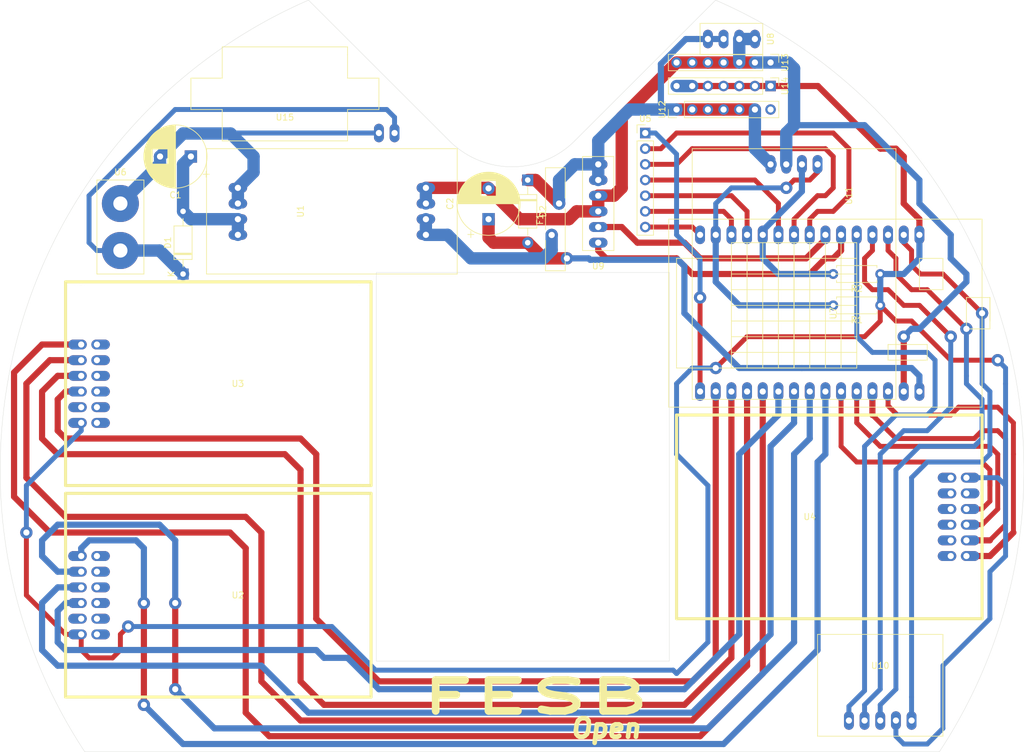
<source format=kicad_pcb>
(kicad_pcb (version 20171130) (host pcbnew 5.1.4-e60b266~84~ubuntu18.04.1)

  (general
    (thickness 1.6)
    (drawings 12)
    (tracks 454)
    (zones 0)
    (modules 22)
    (nets 57)
  )

  (page A4)
  (layers
    (0 F.Cu signal)
    (31 B.Cu signal)
    (32 B.Adhes user)
    (33 F.Adhes user)
    (34 B.Paste user)
    (35 F.Paste user)
    (36 B.SilkS user)
    (37 F.SilkS user)
    (38 B.Mask user)
    (39 F.Mask user)
    (40 Dwgs.User user)
    (41 Cmts.User user)
    (42 Eco1.User user)
    (43 Eco2.User user)
    (44 Edge.Cuts user)
    (45 Margin user)
    (46 B.CrtYd user)
    (47 F.CrtYd user)
    (48 B.Fab user)
    (49 F.Fab user)
  )

  (setup
    (last_trace_width 0.25)
    (user_trace_width 0.2)
    (user_trace_width 0.5)
    (user_trace_width 0.5)
    (user_trace_width 0.8)
    (user_trace_width 1)
    (user_trace_width 2)
    (user_trace_width 4)
    (trace_clearance 0.2)
    (zone_clearance 0.508)
    (zone_45_only no)
    (trace_min 0.2)
    (via_size 0.8)
    (via_drill 0.4)
    (via_min_size 0.4)
    (via_min_drill 0.3)
    (uvia_size 0.3)
    (uvia_drill 0.1)
    (uvias_allowed no)
    (uvia_min_size 0.2)
    (uvia_min_drill 0.1)
    (edge_width 0.05)
    (segment_width 0.2)
    (pcb_text_width 0.3)
    (pcb_text_size 1.5 1.5)
    (mod_edge_width 0.12)
    (mod_text_size 1 1)
    (mod_text_width 0.15)
    (pad_size 2.1 2.1)
    (pad_drill 2.1)
    (pad_to_mask_clearance 0.051)
    (solder_mask_min_width 0.25)
    (aux_axis_origin 0 0)
    (visible_elements FFFFFF7F)
    (pcbplotparams
      (layerselection 0x010fc_ffffffff)
      (usegerberextensions false)
      (usegerberattributes false)
      (usegerberadvancedattributes false)
      (creategerberjobfile false)
      (excludeedgelayer true)
      (linewidth 0.100000)
      (plotframeref false)
      (viasonmask false)
      (mode 1)
      (useauxorigin false)
      (hpglpennumber 1)
      (hpglpenspeed 20)
      (hpglpendiameter 15.000000)
      (psnegative false)
      (psa4output false)
      (plotreference true)
      (plotvalue true)
      (plotinvisibletext false)
      (padsonsilk false)
      (subtractmaskfromsilk false)
      (outputformat 1)
      (mirror false)
      (drillshape 0)
      (scaleselection 1)
      (outputdirectory ""))
  )

  (net 0 "")
  (net 1 "Net-(C1-Pad1)")
  (net 2 "Net-(C1-Pad2)")
  (net 3 GND)
  (net 4 "Net-(C2-Pad1)")
  (net 5 "Net-(D1-Pad1)")
  (net 6 +5V)
  (net 7 "Net-(F1-Pad1)")
  (net 8 "Net-(R1-Pad1)")
  (net 9 "Net-(R1-Pad2)")
  (net 10 "Net-(R2-Pad2)")
  (net 11 "Net-(U2-Pad2)")
  (net 12 "Net-(U2-Pad8)")
  (net 13 "Net-(U2-Pad3)")
  (net 14 "Net-(U2-Pad9)")
  (net 15 "Net-(U2-Pad4)")
  (net 16 "Net-(U2-Pad10)")
  (net 17 "Net-(U2-Pad11)")
  (net 18 "Net-(U2-Pad0)")
  (net 19 "Net-(U2-Pad6)")
  (net 20 "Net-(U2-Pad1)")
  (net 21 "Net-(U2-Pad7)")
  (net 22 "Net-(U3-Pad7)")
  (net 23 "Net-(U3-Pad1)")
  (net 24 "Net-(U3-Pad6)")
  (net 25 "Net-(U3-Pad0)")
  (net 26 "Net-(U3-Pad11)")
  (net 27 "Net-(U3-Pad10)")
  (net 28 "Net-(U3-Pad4)")
  (net 29 "Net-(U3-Pad9)")
  (net 30 "Net-(U3-Pad3)")
  (net 31 "Net-(U3-Pad8)")
  (net 32 "Net-(U3-Pad2)")
  (net 33 "Net-(U4-Pad7)")
  (net 34 "Net-(U4-Pad1)")
  (net 35 "Net-(U4-Pad6)")
  (net 36 "Net-(U4-Pad0)")
  (net 37 "Net-(U4-Pad11)")
  (net 38 "Net-(U4-Pad10)")
  (net 39 "Net-(U4-Pad4)")
  (net 40 "Net-(U4-Pad9)")
  (net 41 "Net-(U4-Pad3)")
  (net 42 "Net-(U4-Pad8)")
  (net 43 "Net-(U4-Pad2)")
  (net 44 "Net-(U5-Pad1)")
  (net 45 "Net-(U5-Pad2)")
  (net 46 "Net-(U5-Pad3)")
  (net 47 "Net-(U5-Pad4)")
  (net 48 "Net-(U5-Pad6)")
  (net 49 "Net-(U5-Pad7)")
  (net 50 "Net-(U7-Pad6)")
  (net 51 "Net-(U7-Pad5)")
  (net 52 "Net-(U10-Pad0)")
  (net 53 "Net-(U10-Pad1)")
  (net 54 "Net-(U10-Pad2)")
  (net 55 "Net-(U10-Pad4)")
  (net 56 "Net-(U5-Pad5)")

  (net_class Default "This is the default net class."
    (clearance 0.2)
    (trace_width 0.25)
    (via_dia 0.8)
    (via_drill 0.4)
    (uvia_dia 0.3)
    (uvia_drill 0.1)
    (add_net +5V)
    (add_net GND)
    (add_net "Net-(C1-Pad1)")
    (add_net "Net-(C1-Pad2)")
    (add_net "Net-(C2-Pad1)")
    (add_net "Net-(D1-Pad1)")
    (add_net "Net-(F1-Pad1)")
    (add_net "Net-(R1-Pad1)")
    (add_net "Net-(R1-Pad2)")
    (add_net "Net-(R2-Pad2)")
    (add_net "Net-(U10-Pad0)")
    (add_net "Net-(U10-Pad1)")
    (add_net "Net-(U10-Pad2)")
    (add_net "Net-(U10-Pad4)")
    (add_net "Net-(U2-Pad0)")
    (add_net "Net-(U2-Pad1)")
    (add_net "Net-(U2-Pad10)")
    (add_net "Net-(U2-Pad11)")
    (add_net "Net-(U2-Pad2)")
    (add_net "Net-(U2-Pad3)")
    (add_net "Net-(U2-Pad4)")
    (add_net "Net-(U2-Pad6)")
    (add_net "Net-(U2-Pad7)")
    (add_net "Net-(U2-Pad8)")
    (add_net "Net-(U2-Pad9)")
    (add_net "Net-(U3-Pad0)")
    (add_net "Net-(U3-Pad1)")
    (add_net "Net-(U3-Pad10)")
    (add_net "Net-(U3-Pad11)")
    (add_net "Net-(U3-Pad2)")
    (add_net "Net-(U3-Pad3)")
    (add_net "Net-(U3-Pad4)")
    (add_net "Net-(U3-Pad6)")
    (add_net "Net-(U3-Pad7)")
    (add_net "Net-(U3-Pad8)")
    (add_net "Net-(U3-Pad9)")
    (add_net "Net-(U4-Pad0)")
    (add_net "Net-(U4-Pad1)")
    (add_net "Net-(U4-Pad10)")
    (add_net "Net-(U4-Pad11)")
    (add_net "Net-(U4-Pad2)")
    (add_net "Net-(U4-Pad3)")
    (add_net "Net-(U4-Pad4)")
    (add_net "Net-(U4-Pad6)")
    (add_net "Net-(U4-Pad7)")
    (add_net "Net-(U4-Pad8)")
    (add_net "Net-(U4-Pad9)")
    (add_net "Net-(U5-Pad1)")
    (add_net "Net-(U5-Pad2)")
    (add_net "Net-(U5-Pad3)")
    (add_net "Net-(U5-Pad4)")
    (add_net "Net-(U5-Pad5)")
    (add_net "Net-(U5-Pad6)")
    (add_net "Net-(U5-Pad7)")
    (add_net "Net-(U7-Pad5)")
    (add_net "Net-(U7-Pad6)")
  )

  (module 2020:BNO055_ANALOG (layer F.Cu) (tedit 5D5DA083) (tstamp 5D5C7108)
    (at 54.61 40.64 180)
    (path /5D293BAB)
    (fp_text reference U10 (at -5.08 8.89) (layer F.SilkS)
      (effects (font (size 1 1) (thickness 0.15)))
    )
    (fp_text value BNO055_ANALOG (at -3.81 15.24) (layer F.Fab)
      (effects (font (size 1 1) (thickness 0.15)))
    )
    (fp_line (start -15.24 -2.54) (end -15.24 13.97) (layer F.SilkS) (width 0.12))
    (fp_line (start -13.97 -2.54) (end -15.24 -2.54) (layer F.SilkS) (width 0.12))
    (fp_line (start 5.08 -2.54) (end -13.97 -2.54) (layer F.SilkS) (width 0.12))
    (fp_line (start 5.08 13.97) (end 5.08 -2.54) (layer F.SilkS) (width 0.12))
    (fp_line (start -15.24 13.97) (end 5.08 13.97) (layer F.SilkS) (width 0.12))
    (pad "" np_thru_hole circle (at -12.489942 11.55) (size 2.1 2.1) (drill 2.1) (layers *.Cu *.Mask))
    (pad "" np_thru_hole circle (at 2.510028 11.55) (size 2.1 2.1) (drill 2.1) (layers *.Cu *.Mask))
    (pad "" np_thru_hole circle (at -12.489942 1.55) (size 2.1 2.1) (drill 2.1) (layers *.Cu *.Mask))
    (pad 4 thru_hole oval (at -10.16 0) (size 1.6 2.999999) (drill 1) (layers *.Cu *.Mask)
      (net 55 "Net-(U10-Pad4)"))
    (pad 3 thru_hole oval (at -7.62 0) (size 1.6 2.999999) (drill 1) (layers *.Cu *.Mask)
      (net 8 "Net-(R1-Pad1)"))
    (pad 2 thru_hole oval (at -5.08 0) (size 1.6 3) (drill 1) (layers *.Cu *.Mask)
      (net 54 "Net-(U10-Pad2)"))
    (pad 1 thru_hole oval (at -2.54 0) (size 1.6 2.999999) (drill 1) (layers *.Cu *.Mask)
      (net 53 "Net-(U10-Pad1)"))
    (pad 0 thru_hole oval (at 0 0) (size 1.6 2.999999) (drill 1) (layers *.Cu *.Mask)
      (net 52 "Net-(U10-Pad0)"))
  )

  (module Connector_PinHeader_2.54mm:PinHeader_1x07_P2.54mm_Vertical (layer F.Cu) (tedit 59FED5CC) (tstamp 5D5C7147)
    (at 26.67 -58.42 90)
    (descr "Through hole straight pin header, 1x07, 2.54mm pitch, single row")
    (tags "Through hole pin header THT 1x07 2.54mm single row")
    (path /5D55EA6D)
    (fp_text reference U12 (at 0 -2.33 90) (layer F.SilkS)
      (effects (font (size 1 1) (thickness 0.15)))
    )
    (fp_text value 5VS (at 0 -3.81 90) (layer F.Fab)
      (effects (font (size 1 1) (thickness 0.15)))
    )
    (fp_text user %R (at 0 7.62) (layer F.Fab)
      (effects (font (size 1 1) (thickness 0.15)))
    )
    (fp_line (start 1.8 -1.8) (end -1.8 -1.8) (layer F.CrtYd) (width 0.05))
    (fp_line (start 1.8 17.05) (end 1.8 -1.8) (layer F.CrtYd) (width 0.05))
    (fp_line (start -1.8 17.05) (end 1.8 17.05) (layer F.CrtYd) (width 0.05))
    (fp_line (start -1.8 -1.8) (end -1.8 17.05) (layer F.CrtYd) (width 0.05))
    (fp_line (start -1.33 -1.33) (end 0 -1.33) (layer F.SilkS) (width 0.12))
    (fp_line (start -1.33 0) (end -1.33 -1.33) (layer F.SilkS) (width 0.12))
    (fp_line (start -1.33 1.27) (end 1.33 1.27) (layer F.SilkS) (width 0.12))
    (fp_line (start 1.33 1.27) (end 1.33 16.57) (layer F.SilkS) (width 0.12))
    (fp_line (start -1.33 1.27) (end -1.33 16.57) (layer F.SilkS) (width 0.12))
    (fp_line (start -1.33 16.57) (end 1.33 16.57) (layer F.SilkS) (width 0.12))
    (fp_line (start -1.27 -0.635) (end -0.635 -1.27) (layer F.Fab) (width 0.1))
    (fp_line (start -1.27 16.51) (end -1.27 -0.635) (layer F.Fab) (width 0.1))
    (fp_line (start 1.27 16.51) (end -1.27 16.51) (layer F.Fab) (width 0.1))
    (fp_line (start 1.27 -1.27) (end 1.27 16.51) (layer F.Fab) (width 0.1))
    (fp_line (start -0.635 -1.27) (end 1.27 -1.27) (layer F.Fab) (width 0.1))
    (pad 7 thru_hole oval (at 0 15.24 90) (size 1.7 1.7) (drill 1) (layers *.Cu *.Mask)
      (net 6 +5V))
    (pad 6 thru_hole oval (at 0 12.7 90) (size 1.7 1.7) (drill 1) (layers *.Cu *.Mask)
      (net 6 +5V))
    (pad 5 thru_hole oval (at 0 10.16 90) (size 1.7 1.7) (drill 1) (layers *.Cu *.Mask)
      (net 6 +5V))
    (pad 4 thru_hole oval (at 0 7.62 90) (size 1.7 1.7) (drill 1) (layers *.Cu *.Mask)
      (net 6 +5V))
    (pad 3 thru_hole oval (at 0 5.08 90) (size 1.7 1.7) (drill 1) (layers *.Cu *.Mask)
      (net 6 +5V))
    (pad 2 thru_hole oval (at 0 2.54 90) (size 1.7 1.7) (drill 1) (layers *.Cu *.Mask)
      (net 6 +5V))
    (pad 1 thru_hole rect (at 0 0 90) (size 1.7 1.7) (drill 1) (layers *.Cu *.Mask)
      (net 6 +5V))
    (model ${KISYS3DMOD}/Connector_PinHeader_2.54mm.3dshapes/PinHeader_1x07_P2.54mm_Vertical.wrl
      (at (xyz 0 0 0))
      (scale (xyz 1 1 1))
      (rotate (xyz 0 0 0))
    )
  )

  (module 2020:mrm-mot2x125 (layer F.Cu) (tedit 5D651EC5) (tstamp 5D5E767A)
    (at -69.85 20.32)
    (path /5D288A52)
    (fp_text reference U2 (at 25.4 0) (layer F.SilkS)
      (effects (font (size 1 1) (thickness 0.15)))
    )
    (fp_text value motor_driver_2x125 (at 25.4 -7.62) (layer F.Fab)
      (effects (font (size 1 1) (thickness 0.15)))
    )
    (fp_line (start -2.54 -16.51) (end -2.54 16.51) (layer F.SilkS) (width 0.5))
    (fp_line (start -2.54 16.51) (end 45.72 16.51) (layer F.SilkS) (width 0.5))
    (fp_line (start 45.72 16.51) (end 46.99 16.51) (layer F.SilkS) (width 0.5))
    (fp_line (start 46.99 16.51) (end 46.99 -16.51) (layer F.SilkS) (width 0.5))
    (fp_line (start 46.99 -16.51) (end -2.54 -16.51) (layer F.SilkS) (width 0.5))
    (pad 2 thru_hole oval (at 0 -1.27) (size 3 1.6) (drill 1 (offset -0.6 0)) (layers *.Cu *.Mask)
      (net 11 "Net-(U2-Pad2)"))
    (pad 8 thru_hole oval (at 2.54 -1.27) (size 3 1.6) (drill 1 (offset 0.6 0)) (layers *.Cu *.Mask)
      (net 12 "Net-(U2-Pad8)"))
    (pad 3 thru_hole oval (at 0 1.27) (size 3 1.6) (drill 1 (offset -0.6 0)) (layers *.Cu *.Mask)
      (net 13 "Net-(U2-Pad3)"))
    (pad 9 thru_hole oval (at 2.54 1.27) (size 3 1.6) (drill 1 (offset 0.6 0)) (layers *.Cu *.Mask)
      (net 14 "Net-(U2-Pad9)"))
    (pad 4 thru_hole oval (at 0 3.81) (size 3 1.6) (drill 1 (offset -0.6 0)) (layers *.Cu *.Mask)
      (net 15 "Net-(U2-Pad4)"))
    (pad 10 thru_hole oval (at 2.54 3.81) (size 3 1.6) (drill 1 (offset 0.6 0)) (layers *.Cu *.Mask)
      (net 16 "Net-(U2-Pad10)"))
    (pad 5 thru_hole oval (at 0 6.35) (size 3 1.6) (drill 1 (offset -0.6 0)) (layers *.Cu *.Mask)
      (net 8 "Net-(R1-Pad1)"))
    (pad 11 thru_hole oval (at 2.54 6.35) (size 3 1.6) (drill 1 (offset 0.6 0)) (layers *.Cu *.Mask)
      (net 17 "Net-(U2-Pad11)"))
    (pad 0 thru_hole oval (at 0 -6.35) (size 3 1.6) (drill 1 (offset -0.6 0)) (layers *.Cu *.Mask)
      (net 18 "Net-(U2-Pad0)"))
    (pad 6 thru_hole oval (at 2.54 -6.35) (size 3 1.6) (drill 1 (offset 0.6 0)) (layers *.Cu *.Mask)
      (net 19 "Net-(U2-Pad6)"))
    (pad 1 thru_hole oval (at 0 -3.81) (size 3 1.6) (drill 1 (offset -0.6 0)) (layers *.Cu *.Mask)
      (net 20 "Net-(U2-Pad1)"))
    (pad 7 thru_hole oval (at 2.54 -3.81) (size 3 1.6) (drill 1 (offset 0.6 0)) (layers *.Cu *.Mask)
      (net 21 "Net-(U2-Pad7)"))
    (pad "" np_thru_hole circle (at 0 -15) (size 2 2) (drill 2) (layers *.Cu *.Mask))
    (pad "" np_thru_hole circle (at 0 15) (size 2 2) (drill 2) (layers *.Cu *.Mask))
    (pad "" np_thru_hole circle (at 45 -15) (size 2 2) (drill 2) (layers *.Cu *.Mask))
    (pad "" np_thru_hole circle (at 45 15) (size 2 2) (drill 2) (layers *.Cu *.Mask))
  )

  (module Capacitor_THT:CP_Radial_D10.0mm_P5.00mm (layer F.Cu) (tedit 5AE50EF1) (tstamp 5D5C6ED3)
    (at -52.07 -50.8 180)
    (descr "CP, Radial series, Radial, pin pitch=5.00mm, , diameter=10mm, Electrolytic Capacitor")
    (tags "CP Radial series Radial pin pitch 5.00mm  diameter 10mm Electrolytic Capacitor")
    (path /5D36F4C8)
    (fp_text reference C1 (at 2.5 -6.25) (layer F.SilkS)
      (effects (font (size 1 1) (thickness 0.15)))
    )
    (fp_text value CP_Small (at 2.5 6.25) (layer F.Fab)
      (effects (font (size 1 1) (thickness 0.15)))
    )
    (fp_text user %R (at 2.5 0) (layer F.Fab)
      (effects (font (size 1 1) (thickness 0.15)))
    )
    (fp_line (start -2.479646 -3.375) (end -2.479646 -2.375) (layer F.SilkS) (width 0.12))
    (fp_line (start -2.979646 -2.875) (end -1.979646 -2.875) (layer F.SilkS) (width 0.12))
    (fp_line (start 7.581 -0.599) (end 7.581 0.599) (layer F.SilkS) (width 0.12))
    (fp_line (start 7.541 -0.862) (end 7.541 0.862) (layer F.SilkS) (width 0.12))
    (fp_line (start 7.501 -1.062) (end 7.501 1.062) (layer F.SilkS) (width 0.12))
    (fp_line (start 7.461 -1.23) (end 7.461 1.23) (layer F.SilkS) (width 0.12))
    (fp_line (start 7.421 -1.378) (end 7.421 1.378) (layer F.SilkS) (width 0.12))
    (fp_line (start 7.381 -1.51) (end 7.381 1.51) (layer F.SilkS) (width 0.12))
    (fp_line (start 7.341 -1.63) (end 7.341 1.63) (layer F.SilkS) (width 0.12))
    (fp_line (start 7.301 -1.742) (end 7.301 1.742) (layer F.SilkS) (width 0.12))
    (fp_line (start 7.261 -1.846) (end 7.261 1.846) (layer F.SilkS) (width 0.12))
    (fp_line (start 7.221 -1.944) (end 7.221 1.944) (layer F.SilkS) (width 0.12))
    (fp_line (start 7.181 -2.037) (end 7.181 2.037) (layer F.SilkS) (width 0.12))
    (fp_line (start 7.141 -2.125) (end 7.141 2.125) (layer F.SilkS) (width 0.12))
    (fp_line (start 7.101 -2.209) (end 7.101 2.209) (layer F.SilkS) (width 0.12))
    (fp_line (start 7.061 -2.289) (end 7.061 2.289) (layer F.SilkS) (width 0.12))
    (fp_line (start 7.021 -2.365) (end 7.021 2.365) (layer F.SilkS) (width 0.12))
    (fp_line (start 6.981 -2.439) (end 6.981 2.439) (layer F.SilkS) (width 0.12))
    (fp_line (start 6.941 -2.51) (end 6.941 2.51) (layer F.SilkS) (width 0.12))
    (fp_line (start 6.901 -2.579) (end 6.901 2.579) (layer F.SilkS) (width 0.12))
    (fp_line (start 6.861 -2.645) (end 6.861 2.645) (layer F.SilkS) (width 0.12))
    (fp_line (start 6.821 -2.709) (end 6.821 2.709) (layer F.SilkS) (width 0.12))
    (fp_line (start 6.781 -2.77) (end 6.781 2.77) (layer F.SilkS) (width 0.12))
    (fp_line (start 6.741 -2.83) (end 6.741 2.83) (layer F.SilkS) (width 0.12))
    (fp_line (start 6.701 -2.889) (end 6.701 2.889) (layer F.SilkS) (width 0.12))
    (fp_line (start 6.661 -2.945) (end 6.661 2.945) (layer F.SilkS) (width 0.12))
    (fp_line (start 6.621 -3) (end 6.621 3) (layer F.SilkS) (width 0.12))
    (fp_line (start 6.581 -3.054) (end 6.581 3.054) (layer F.SilkS) (width 0.12))
    (fp_line (start 6.541 -3.106) (end 6.541 3.106) (layer F.SilkS) (width 0.12))
    (fp_line (start 6.501 -3.156) (end 6.501 3.156) (layer F.SilkS) (width 0.12))
    (fp_line (start 6.461 -3.206) (end 6.461 3.206) (layer F.SilkS) (width 0.12))
    (fp_line (start 6.421 -3.254) (end 6.421 3.254) (layer F.SilkS) (width 0.12))
    (fp_line (start 6.381 -3.301) (end 6.381 3.301) (layer F.SilkS) (width 0.12))
    (fp_line (start 6.341 -3.347) (end 6.341 3.347) (layer F.SilkS) (width 0.12))
    (fp_line (start 6.301 -3.392) (end 6.301 3.392) (layer F.SilkS) (width 0.12))
    (fp_line (start 6.261 -3.436) (end 6.261 3.436) (layer F.SilkS) (width 0.12))
    (fp_line (start 6.221 1.241) (end 6.221 3.478) (layer F.SilkS) (width 0.12))
    (fp_line (start 6.221 -3.478) (end 6.221 -1.241) (layer F.SilkS) (width 0.12))
    (fp_line (start 6.181 1.241) (end 6.181 3.52) (layer F.SilkS) (width 0.12))
    (fp_line (start 6.181 -3.52) (end 6.181 -1.241) (layer F.SilkS) (width 0.12))
    (fp_line (start 6.141 1.241) (end 6.141 3.561) (layer F.SilkS) (width 0.12))
    (fp_line (start 6.141 -3.561) (end 6.141 -1.241) (layer F.SilkS) (width 0.12))
    (fp_line (start 6.101 1.241) (end 6.101 3.601) (layer F.SilkS) (width 0.12))
    (fp_line (start 6.101 -3.601) (end 6.101 -1.241) (layer F.SilkS) (width 0.12))
    (fp_line (start 6.061 1.241) (end 6.061 3.64) (layer F.SilkS) (width 0.12))
    (fp_line (start 6.061 -3.64) (end 6.061 -1.241) (layer F.SilkS) (width 0.12))
    (fp_line (start 6.021 1.241) (end 6.021 3.679) (layer F.SilkS) (width 0.12))
    (fp_line (start 6.021 -3.679) (end 6.021 -1.241) (layer F.SilkS) (width 0.12))
    (fp_line (start 5.981 1.241) (end 5.981 3.716) (layer F.SilkS) (width 0.12))
    (fp_line (start 5.981 -3.716) (end 5.981 -1.241) (layer F.SilkS) (width 0.12))
    (fp_line (start 5.941 1.241) (end 5.941 3.753) (layer F.SilkS) (width 0.12))
    (fp_line (start 5.941 -3.753) (end 5.941 -1.241) (layer F.SilkS) (width 0.12))
    (fp_line (start 5.901 1.241) (end 5.901 3.789) (layer F.SilkS) (width 0.12))
    (fp_line (start 5.901 -3.789) (end 5.901 -1.241) (layer F.SilkS) (width 0.12))
    (fp_line (start 5.861 1.241) (end 5.861 3.824) (layer F.SilkS) (width 0.12))
    (fp_line (start 5.861 -3.824) (end 5.861 -1.241) (layer F.SilkS) (width 0.12))
    (fp_line (start 5.821 1.241) (end 5.821 3.858) (layer F.SilkS) (width 0.12))
    (fp_line (start 5.821 -3.858) (end 5.821 -1.241) (layer F.SilkS) (width 0.12))
    (fp_line (start 5.781 1.241) (end 5.781 3.892) (layer F.SilkS) (width 0.12))
    (fp_line (start 5.781 -3.892) (end 5.781 -1.241) (layer F.SilkS) (width 0.12))
    (fp_line (start 5.741 1.241) (end 5.741 3.925) (layer F.SilkS) (width 0.12))
    (fp_line (start 5.741 -3.925) (end 5.741 -1.241) (layer F.SilkS) (width 0.12))
    (fp_line (start 5.701 1.241) (end 5.701 3.957) (layer F.SilkS) (width 0.12))
    (fp_line (start 5.701 -3.957) (end 5.701 -1.241) (layer F.SilkS) (width 0.12))
    (fp_line (start 5.661 1.241) (end 5.661 3.989) (layer F.SilkS) (width 0.12))
    (fp_line (start 5.661 -3.989) (end 5.661 -1.241) (layer F.SilkS) (width 0.12))
    (fp_line (start 5.621 1.241) (end 5.621 4.02) (layer F.SilkS) (width 0.12))
    (fp_line (start 5.621 -4.02) (end 5.621 -1.241) (layer F.SilkS) (width 0.12))
    (fp_line (start 5.581 1.241) (end 5.581 4.05) (layer F.SilkS) (width 0.12))
    (fp_line (start 5.581 -4.05) (end 5.581 -1.241) (layer F.SilkS) (width 0.12))
    (fp_line (start 5.541 1.241) (end 5.541 4.08) (layer F.SilkS) (width 0.12))
    (fp_line (start 5.541 -4.08) (end 5.541 -1.241) (layer F.SilkS) (width 0.12))
    (fp_line (start 5.501 1.241) (end 5.501 4.11) (layer F.SilkS) (width 0.12))
    (fp_line (start 5.501 -4.11) (end 5.501 -1.241) (layer F.SilkS) (width 0.12))
    (fp_line (start 5.461 1.241) (end 5.461 4.138) (layer F.SilkS) (width 0.12))
    (fp_line (start 5.461 -4.138) (end 5.461 -1.241) (layer F.SilkS) (width 0.12))
    (fp_line (start 5.421 1.241) (end 5.421 4.166) (layer F.SilkS) (width 0.12))
    (fp_line (start 5.421 -4.166) (end 5.421 -1.241) (layer F.SilkS) (width 0.12))
    (fp_line (start 5.381 1.241) (end 5.381 4.194) (layer F.SilkS) (width 0.12))
    (fp_line (start 5.381 -4.194) (end 5.381 -1.241) (layer F.SilkS) (width 0.12))
    (fp_line (start 5.341 1.241) (end 5.341 4.221) (layer F.SilkS) (width 0.12))
    (fp_line (start 5.341 -4.221) (end 5.341 -1.241) (layer F.SilkS) (width 0.12))
    (fp_line (start 5.301 1.241) (end 5.301 4.247) (layer F.SilkS) (width 0.12))
    (fp_line (start 5.301 -4.247) (end 5.301 -1.241) (layer F.SilkS) (width 0.12))
    (fp_line (start 5.261 1.241) (end 5.261 4.273) (layer F.SilkS) (width 0.12))
    (fp_line (start 5.261 -4.273) (end 5.261 -1.241) (layer F.SilkS) (width 0.12))
    (fp_line (start 5.221 1.241) (end 5.221 4.298) (layer F.SilkS) (width 0.12))
    (fp_line (start 5.221 -4.298) (end 5.221 -1.241) (layer F.SilkS) (width 0.12))
    (fp_line (start 5.181 1.241) (end 5.181 4.323) (layer F.SilkS) (width 0.12))
    (fp_line (start 5.181 -4.323) (end 5.181 -1.241) (layer F.SilkS) (width 0.12))
    (fp_line (start 5.141 1.241) (end 5.141 4.347) (layer F.SilkS) (width 0.12))
    (fp_line (start 5.141 -4.347) (end 5.141 -1.241) (layer F.SilkS) (width 0.12))
    (fp_line (start 5.101 1.241) (end 5.101 4.371) (layer F.SilkS) (width 0.12))
    (fp_line (start 5.101 -4.371) (end 5.101 -1.241) (layer F.SilkS) (width 0.12))
    (fp_line (start 5.061 1.241) (end 5.061 4.395) (layer F.SilkS) (width 0.12))
    (fp_line (start 5.061 -4.395) (end 5.061 -1.241) (layer F.SilkS) (width 0.12))
    (fp_line (start 5.021 1.241) (end 5.021 4.417) (layer F.SilkS) (width 0.12))
    (fp_line (start 5.021 -4.417) (end 5.021 -1.241) (layer F.SilkS) (width 0.12))
    (fp_line (start 4.981 1.241) (end 4.981 4.44) (layer F.SilkS) (width 0.12))
    (fp_line (start 4.981 -4.44) (end 4.981 -1.241) (layer F.SilkS) (width 0.12))
    (fp_line (start 4.941 1.241) (end 4.941 4.462) (layer F.SilkS) (width 0.12))
    (fp_line (start 4.941 -4.462) (end 4.941 -1.241) (layer F.SilkS) (width 0.12))
    (fp_line (start 4.901 1.241) (end 4.901 4.483) (layer F.SilkS) (width 0.12))
    (fp_line (start 4.901 -4.483) (end 4.901 -1.241) (layer F.SilkS) (width 0.12))
    (fp_line (start 4.861 1.241) (end 4.861 4.504) (layer F.SilkS) (width 0.12))
    (fp_line (start 4.861 -4.504) (end 4.861 -1.241) (layer F.SilkS) (width 0.12))
    (fp_line (start 4.821 1.241) (end 4.821 4.525) (layer F.SilkS) (width 0.12))
    (fp_line (start 4.821 -4.525) (end 4.821 -1.241) (layer F.SilkS) (width 0.12))
    (fp_line (start 4.781 1.241) (end 4.781 4.545) (layer F.SilkS) (width 0.12))
    (fp_line (start 4.781 -4.545) (end 4.781 -1.241) (layer F.SilkS) (width 0.12))
    (fp_line (start 4.741 1.241) (end 4.741 4.564) (layer F.SilkS) (width 0.12))
    (fp_line (start 4.741 -4.564) (end 4.741 -1.241) (layer F.SilkS) (width 0.12))
    (fp_line (start 4.701 1.241) (end 4.701 4.584) (layer F.SilkS) (width 0.12))
    (fp_line (start 4.701 -4.584) (end 4.701 -1.241) (layer F.SilkS) (width 0.12))
    (fp_line (start 4.661 1.241) (end 4.661 4.603) (layer F.SilkS) (width 0.12))
    (fp_line (start 4.661 -4.603) (end 4.661 -1.241) (layer F.SilkS) (width 0.12))
    (fp_line (start 4.621 1.241) (end 4.621 4.621) (layer F.SilkS) (width 0.12))
    (fp_line (start 4.621 -4.621) (end 4.621 -1.241) (layer F.SilkS) (width 0.12))
    (fp_line (start 4.581 1.241) (end 4.581 4.639) (layer F.SilkS) (width 0.12))
    (fp_line (start 4.581 -4.639) (end 4.581 -1.241) (layer F.SilkS) (width 0.12))
    (fp_line (start 4.541 1.241) (end 4.541 4.657) (layer F.SilkS) (width 0.12))
    (fp_line (start 4.541 -4.657) (end 4.541 -1.241) (layer F.SilkS) (width 0.12))
    (fp_line (start 4.501 1.241) (end 4.501 4.674) (layer F.SilkS) (width 0.12))
    (fp_line (start 4.501 -4.674) (end 4.501 -1.241) (layer F.SilkS) (width 0.12))
    (fp_line (start 4.461 1.241) (end 4.461 4.69) (layer F.SilkS) (width 0.12))
    (fp_line (start 4.461 -4.69) (end 4.461 -1.241) (layer F.SilkS) (width 0.12))
    (fp_line (start 4.421 1.241) (end 4.421 4.707) (layer F.SilkS) (width 0.12))
    (fp_line (start 4.421 -4.707) (end 4.421 -1.241) (layer F.SilkS) (width 0.12))
    (fp_line (start 4.381 1.241) (end 4.381 4.723) (layer F.SilkS) (width 0.12))
    (fp_line (start 4.381 -4.723) (end 4.381 -1.241) (layer F.SilkS) (width 0.12))
    (fp_line (start 4.341 1.241) (end 4.341 4.738) (layer F.SilkS) (width 0.12))
    (fp_line (start 4.341 -4.738) (end 4.341 -1.241) (layer F.SilkS) (width 0.12))
    (fp_line (start 4.301 1.241) (end 4.301 4.754) (layer F.SilkS) (width 0.12))
    (fp_line (start 4.301 -4.754) (end 4.301 -1.241) (layer F.SilkS) (width 0.12))
    (fp_line (start 4.261 1.241) (end 4.261 4.768) (layer F.SilkS) (width 0.12))
    (fp_line (start 4.261 -4.768) (end 4.261 -1.241) (layer F.SilkS) (width 0.12))
    (fp_line (start 4.221 1.241) (end 4.221 4.783) (layer F.SilkS) (width 0.12))
    (fp_line (start 4.221 -4.783) (end 4.221 -1.241) (layer F.SilkS) (width 0.12))
    (fp_line (start 4.181 1.241) (end 4.181 4.797) (layer F.SilkS) (width 0.12))
    (fp_line (start 4.181 -4.797) (end 4.181 -1.241) (layer F.SilkS) (width 0.12))
    (fp_line (start 4.141 1.241) (end 4.141 4.811) (layer F.SilkS) (width 0.12))
    (fp_line (start 4.141 -4.811) (end 4.141 -1.241) (layer F.SilkS) (width 0.12))
    (fp_line (start 4.101 1.241) (end 4.101 4.824) (layer F.SilkS) (width 0.12))
    (fp_line (start 4.101 -4.824) (end 4.101 -1.241) (layer F.SilkS) (width 0.12))
    (fp_line (start 4.061 1.241) (end 4.061 4.837) (layer F.SilkS) (width 0.12))
    (fp_line (start 4.061 -4.837) (end 4.061 -1.241) (layer F.SilkS) (width 0.12))
    (fp_line (start 4.021 1.241) (end 4.021 4.85) (layer F.SilkS) (width 0.12))
    (fp_line (start 4.021 -4.85) (end 4.021 -1.241) (layer F.SilkS) (width 0.12))
    (fp_line (start 3.981 1.241) (end 3.981 4.862) (layer F.SilkS) (width 0.12))
    (fp_line (start 3.981 -4.862) (end 3.981 -1.241) (layer F.SilkS) (width 0.12))
    (fp_line (start 3.941 1.241) (end 3.941 4.874) (layer F.SilkS) (width 0.12))
    (fp_line (start 3.941 -4.874) (end 3.941 -1.241) (layer F.SilkS) (width 0.12))
    (fp_line (start 3.901 1.241) (end 3.901 4.885) (layer F.SilkS) (width 0.12))
    (fp_line (start 3.901 -4.885) (end 3.901 -1.241) (layer F.SilkS) (width 0.12))
    (fp_line (start 3.861 1.241) (end 3.861 4.897) (layer F.SilkS) (width 0.12))
    (fp_line (start 3.861 -4.897) (end 3.861 -1.241) (layer F.SilkS) (width 0.12))
    (fp_line (start 3.821 1.241) (end 3.821 4.907) (layer F.SilkS) (width 0.12))
    (fp_line (start 3.821 -4.907) (end 3.821 -1.241) (layer F.SilkS) (width 0.12))
    (fp_line (start 3.781 1.241) (end 3.781 4.918) (layer F.SilkS) (width 0.12))
    (fp_line (start 3.781 -4.918) (end 3.781 -1.241) (layer F.SilkS) (width 0.12))
    (fp_line (start 3.741 -4.928) (end 3.741 4.928) (layer F.SilkS) (width 0.12))
    (fp_line (start 3.701 -4.938) (end 3.701 4.938) (layer F.SilkS) (width 0.12))
    (fp_line (start 3.661 -4.947) (end 3.661 4.947) (layer F.SilkS) (width 0.12))
    (fp_line (start 3.621 -4.956) (end 3.621 4.956) (layer F.SilkS) (width 0.12))
    (fp_line (start 3.581 -4.965) (end 3.581 4.965) (layer F.SilkS) (width 0.12))
    (fp_line (start 3.541 -4.974) (end 3.541 4.974) (layer F.SilkS) (width 0.12))
    (fp_line (start 3.501 -4.982) (end 3.501 4.982) (layer F.SilkS) (width 0.12))
    (fp_line (start 3.461 -4.99) (end 3.461 4.99) (layer F.SilkS) (width 0.12))
    (fp_line (start 3.421 -4.997) (end 3.421 4.997) (layer F.SilkS) (width 0.12))
    (fp_line (start 3.381 -5.004) (end 3.381 5.004) (layer F.SilkS) (width 0.12))
    (fp_line (start 3.341 -5.011) (end 3.341 5.011) (layer F.SilkS) (width 0.12))
    (fp_line (start 3.301 -5.018) (end 3.301 5.018) (layer F.SilkS) (width 0.12))
    (fp_line (start 3.261 -5.024) (end 3.261 5.024) (layer F.SilkS) (width 0.12))
    (fp_line (start 3.221 -5.03) (end 3.221 5.03) (layer F.SilkS) (width 0.12))
    (fp_line (start 3.18 -5.035) (end 3.18 5.035) (layer F.SilkS) (width 0.12))
    (fp_line (start 3.14 -5.04) (end 3.14 5.04) (layer F.SilkS) (width 0.12))
    (fp_line (start 3.1 -5.045) (end 3.1 5.045) (layer F.SilkS) (width 0.12))
    (fp_line (start 3.06 -5.05) (end 3.06 5.05) (layer F.SilkS) (width 0.12))
    (fp_line (start 3.02 -5.054) (end 3.02 5.054) (layer F.SilkS) (width 0.12))
    (fp_line (start 2.98 -5.058) (end 2.98 5.058) (layer F.SilkS) (width 0.12))
    (fp_line (start 2.94 -5.062) (end 2.94 5.062) (layer F.SilkS) (width 0.12))
    (fp_line (start 2.9 -5.065) (end 2.9 5.065) (layer F.SilkS) (width 0.12))
    (fp_line (start 2.86 -5.068) (end 2.86 5.068) (layer F.SilkS) (width 0.12))
    (fp_line (start 2.82 -5.07) (end 2.82 5.07) (layer F.SilkS) (width 0.12))
    (fp_line (start 2.78 -5.073) (end 2.78 5.073) (layer F.SilkS) (width 0.12))
    (fp_line (start 2.74 -5.075) (end 2.74 5.075) (layer F.SilkS) (width 0.12))
    (fp_line (start 2.7 -5.077) (end 2.7 5.077) (layer F.SilkS) (width 0.12))
    (fp_line (start 2.66 -5.078) (end 2.66 5.078) (layer F.SilkS) (width 0.12))
    (fp_line (start 2.62 -5.079) (end 2.62 5.079) (layer F.SilkS) (width 0.12))
    (fp_line (start 2.58 -5.08) (end 2.58 5.08) (layer F.SilkS) (width 0.12))
    (fp_line (start 2.54 -5.08) (end 2.54 5.08) (layer F.SilkS) (width 0.12))
    (fp_line (start 2.5 -5.08) (end 2.5 5.08) (layer F.SilkS) (width 0.12))
    (fp_line (start -1.288861 -2.6875) (end -1.288861 -1.6875) (layer F.Fab) (width 0.1))
    (fp_line (start -1.788861 -2.1875) (end -0.788861 -2.1875) (layer F.Fab) (width 0.1))
    (fp_circle (center 2.5 0) (end 7.75 0) (layer F.CrtYd) (width 0.05))
    (fp_circle (center 2.5 0) (end 7.62 0) (layer F.SilkS) (width 0.12))
    (fp_circle (center 2.5 0) (end 7.5 0) (layer F.Fab) (width 0.1))
    (pad 2 thru_hole circle (at 5 0 180) (size 2 2) (drill 1) (layers *.Cu *.Mask)
      (net 2 "Net-(C1-Pad2)"))
    (pad 1 thru_hole rect (at 0 0 180) (size 2 2) (drill 1) (layers *.Cu *.Mask)
      (net 1 "Net-(C1-Pad1)"))
    (model ${KISYS3DMOD}/Capacitor_THT.3dshapes/CP_Radial_D10.0mm_P5.00mm.wrl
      (at (xyz 0 0 0))
      (scale (xyz 1 1 1))
      (rotate (xyz 0 0 0))
    )
  )

  (module Capacitor_THT:CP_Radial_D10.0mm_P5.00mm (layer F.Cu) (tedit 5AE50EF1) (tstamp 5D5C6F9F)
    (at -3.81 -40.64 90)
    (descr "CP, Radial series, Radial, pin pitch=5.00mm, , diameter=10mm, Electrolytic Capacitor")
    (tags "CP Radial series Radial pin pitch 5.00mm  diameter 10mm Electrolytic Capacitor")
    (path /5D3CCB8D)
    (fp_text reference C2 (at 2.5 -6.25 90) (layer F.SilkS)
      (effects (font (size 1 1) (thickness 0.15)))
    )
    (fp_text value CP_Small (at 2.5 6.25 90) (layer F.Fab)
      (effects (font (size 1 1) (thickness 0.15)))
    )
    (fp_text user %R (at 2.5 0 90) (layer F.Fab)
      (effects (font (size 1 1) (thickness 0.15)))
    )
    (fp_line (start -2.479646 -3.375) (end -2.479646 -2.375) (layer F.SilkS) (width 0.12))
    (fp_line (start -2.979646 -2.875) (end -1.979646 -2.875) (layer F.SilkS) (width 0.12))
    (fp_line (start 7.581 -0.599) (end 7.581 0.599) (layer F.SilkS) (width 0.12))
    (fp_line (start 7.541 -0.862) (end 7.541 0.862) (layer F.SilkS) (width 0.12))
    (fp_line (start 7.501 -1.062) (end 7.501 1.062) (layer F.SilkS) (width 0.12))
    (fp_line (start 7.461 -1.23) (end 7.461 1.23) (layer F.SilkS) (width 0.12))
    (fp_line (start 7.421 -1.378) (end 7.421 1.378) (layer F.SilkS) (width 0.12))
    (fp_line (start 7.381 -1.51) (end 7.381 1.51) (layer F.SilkS) (width 0.12))
    (fp_line (start 7.341 -1.63) (end 7.341 1.63) (layer F.SilkS) (width 0.12))
    (fp_line (start 7.301 -1.742) (end 7.301 1.742) (layer F.SilkS) (width 0.12))
    (fp_line (start 7.261 -1.846) (end 7.261 1.846) (layer F.SilkS) (width 0.12))
    (fp_line (start 7.221 -1.944) (end 7.221 1.944) (layer F.SilkS) (width 0.12))
    (fp_line (start 7.181 -2.037) (end 7.181 2.037) (layer F.SilkS) (width 0.12))
    (fp_line (start 7.141 -2.125) (end 7.141 2.125) (layer F.SilkS) (width 0.12))
    (fp_line (start 7.101 -2.209) (end 7.101 2.209) (layer F.SilkS) (width 0.12))
    (fp_line (start 7.061 -2.289) (end 7.061 2.289) (layer F.SilkS) (width 0.12))
    (fp_line (start 7.021 -2.365) (end 7.021 2.365) (layer F.SilkS) (width 0.12))
    (fp_line (start 6.981 -2.439) (end 6.981 2.439) (layer F.SilkS) (width 0.12))
    (fp_line (start 6.941 -2.51) (end 6.941 2.51) (layer F.SilkS) (width 0.12))
    (fp_line (start 6.901 -2.579) (end 6.901 2.579) (layer F.SilkS) (width 0.12))
    (fp_line (start 6.861 -2.645) (end 6.861 2.645) (layer F.SilkS) (width 0.12))
    (fp_line (start 6.821 -2.709) (end 6.821 2.709) (layer F.SilkS) (width 0.12))
    (fp_line (start 6.781 -2.77) (end 6.781 2.77) (layer F.SilkS) (width 0.12))
    (fp_line (start 6.741 -2.83) (end 6.741 2.83) (layer F.SilkS) (width 0.12))
    (fp_line (start 6.701 -2.889) (end 6.701 2.889) (layer F.SilkS) (width 0.12))
    (fp_line (start 6.661 -2.945) (end 6.661 2.945) (layer F.SilkS) (width 0.12))
    (fp_line (start 6.621 -3) (end 6.621 3) (layer F.SilkS) (width 0.12))
    (fp_line (start 6.581 -3.054) (end 6.581 3.054) (layer F.SilkS) (width 0.12))
    (fp_line (start 6.541 -3.106) (end 6.541 3.106) (layer F.SilkS) (width 0.12))
    (fp_line (start 6.501 -3.156) (end 6.501 3.156) (layer F.SilkS) (width 0.12))
    (fp_line (start 6.461 -3.206) (end 6.461 3.206) (layer F.SilkS) (width 0.12))
    (fp_line (start 6.421 -3.254) (end 6.421 3.254) (layer F.SilkS) (width 0.12))
    (fp_line (start 6.381 -3.301) (end 6.381 3.301) (layer F.SilkS) (width 0.12))
    (fp_line (start 6.341 -3.347) (end 6.341 3.347) (layer F.SilkS) (width 0.12))
    (fp_line (start 6.301 -3.392) (end 6.301 3.392) (layer F.SilkS) (width 0.12))
    (fp_line (start 6.261 -3.436) (end 6.261 3.436) (layer F.SilkS) (width 0.12))
    (fp_line (start 6.221 1.241) (end 6.221 3.478) (layer F.SilkS) (width 0.12))
    (fp_line (start 6.221 -3.478) (end 6.221 -1.241) (layer F.SilkS) (width 0.12))
    (fp_line (start 6.181 1.241) (end 6.181 3.52) (layer F.SilkS) (width 0.12))
    (fp_line (start 6.181 -3.52) (end 6.181 -1.241) (layer F.SilkS) (width 0.12))
    (fp_line (start 6.141 1.241) (end 6.141 3.561) (layer F.SilkS) (width 0.12))
    (fp_line (start 6.141 -3.561) (end 6.141 -1.241) (layer F.SilkS) (width 0.12))
    (fp_line (start 6.101 1.241) (end 6.101 3.601) (layer F.SilkS) (width 0.12))
    (fp_line (start 6.101 -3.601) (end 6.101 -1.241) (layer F.SilkS) (width 0.12))
    (fp_line (start 6.061 1.241) (end 6.061 3.64) (layer F.SilkS) (width 0.12))
    (fp_line (start 6.061 -3.64) (end 6.061 -1.241) (layer F.SilkS) (width 0.12))
    (fp_line (start 6.021 1.241) (end 6.021 3.679) (layer F.SilkS) (width 0.12))
    (fp_line (start 6.021 -3.679) (end 6.021 -1.241) (layer F.SilkS) (width 0.12))
    (fp_line (start 5.981 1.241) (end 5.981 3.716) (layer F.SilkS) (width 0.12))
    (fp_line (start 5.981 -3.716) (end 5.981 -1.241) (layer F.SilkS) (width 0.12))
    (fp_line (start 5.941 1.241) (end 5.941 3.753) (layer F.SilkS) (width 0.12))
    (fp_line (start 5.941 -3.753) (end 5.941 -1.241) (layer F.SilkS) (width 0.12))
    (fp_line (start 5.901 1.241) (end 5.901 3.789) (layer F.SilkS) (width 0.12))
    (fp_line (start 5.901 -3.789) (end 5.901 -1.241) (layer F.SilkS) (width 0.12))
    (fp_line (start 5.861 1.241) (end 5.861 3.824) (layer F.SilkS) (width 0.12))
    (fp_line (start 5.861 -3.824) (end 5.861 -1.241) (layer F.SilkS) (width 0.12))
    (fp_line (start 5.821 1.241) (end 5.821 3.858) (layer F.SilkS) (width 0.12))
    (fp_line (start 5.821 -3.858) (end 5.821 -1.241) (layer F.SilkS) (width 0.12))
    (fp_line (start 5.781 1.241) (end 5.781 3.892) (layer F.SilkS) (width 0.12))
    (fp_line (start 5.781 -3.892) (end 5.781 -1.241) (layer F.SilkS) (width 0.12))
    (fp_line (start 5.741 1.241) (end 5.741 3.925) (layer F.SilkS) (width 0.12))
    (fp_line (start 5.741 -3.925) (end 5.741 -1.241) (layer F.SilkS) (width 0.12))
    (fp_line (start 5.701 1.241) (end 5.701 3.957) (layer F.SilkS) (width 0.12))
    (fp_line (start 5.701 -3.957) (end 5.701 -1.241) (layer F.SilkS) (width 0.12))
    (fp_line (start 5.661 1.241) (end 5.661 3.989) (layer F.SilkS) (width 0.12))
    (fp_line (start 5.661 -3.989) (end 5.661 -1.241) (layer F.SilkS) (width 0.12))
    (fp_line (start 5.621 1.241) (end 5.621 4.02) (layer F.SilkS) (width 0.12))
    (fp_line (start 5.621 -4.02) (end 5.621 -1.241) (layer F.SilkS) (width 0.12))
    (fp_line (start 5.581 1.241) (end 5.581 4.05) (layer F.SilkS) (width 0.12))
    (fp_line (start 5.581 -4.05) (end 5.581 -1.241) (layer F.SilkS) (width 0.12))
    (fp_line (start 5.541 1.241) (end 5.541 4.08) (layer F.SilkS) (width 0.12))
    (fp_line (start 5.541 -4.08) (end 5.541 -1.241) (layer F.SilkS) (width 0.12))
    (fp_line (start 5.501 1.241) (end 5.501 4.11) (layer F.SilkS) (width 0.12))
    (fp_line (start 5.501 -4.11) (end 5.501 -1.241) (layer F.SilkS) (width 0.12))
    (fp_line (start 5.461 1.241) (end 5.461 4.138) (layer F.SilkS) (width 0.12))
    (fp_line (start 5.461 -4.138) (end 5.461 -1.241) (layer F.SilkS) (width 0.12))
    (fp_line (start 5.421 1.241) (end 5.421 4.166) (layer F.SilkS) (width 0.12))
    (fp_line (start 5.421 -4.166) (end 5.421 -1.241) (layer F.SilkS) (width 0.12))
    (fp_line (start 5.381 1.241) (end 5.381 4.194) (layer F.SilkS) (width 0.12))
    (fp_line (start 5.381 -4.194) (end 5.381 -1.241) (layer F.SilkS) (width 0.12))
    (fp_line (start 5.341 1.241) (end 5.341 4.221) (layer F.SilkS) (width 0.12))
    (fp_line (start 5.341 -4.221) (end 5.341 -1.241) (layer F.SilkS) (width 0.12))
    (fp_line (start 5.301 1.241) (end 5.301 4.247) (layer F.SilkS) (width 0.12))
    (fp_line (start 5.301 -4.247) (end 5.301 -1.241) (layer F.SilkS) (width 0.12))
    (fp_line (start 5.261 1.241) (end 5.261 4.273) (layer F.SilkS) (width 0.12))
    (fp_line (start 5.261 -4.273) (end 5.261 -1.241) (layer F.SilkS) (width 0.12))
    (fp_line (start 5.221 1.241) (end 5.221 4.298) (layer F.SilkS) (width 0.12))
    (fp_line (start 5.221 -4.298) (end 5.221 -1.241) (layer F.SilkS) (width 0.12))
    (fp_line (start 5.181 1.241) (end 5.181 4.323) (layer F.SilkS) (width 0.12))
    (fp_line (start 5.181 -4.323) (end 5.181 -1.241) (layer F.SilkS) (width 0.12))
    (fp_line (start 5.141 1.241) (end 5.141 4.347) (layer F.SilkS) (width 0.12))
    (fp_line (start 5.141 -4.347) (end 5.141 -1.241) (layer F.SilkS) (width 0.12))
    (fp_line (start 5.101 1.241) (end 5.101 4.371) (layer F.SilkS) (width 0.12))
    (fp_line (start 5.101 -4.371) (end 5.101 -1.241) (layer F.SilkS) (width 0.12))
    (fp_line (start 5.061 1.241) (end 5.061 4.395) (layer F.SilkS) (width 0.12))
    (fp_line (start 5.061 -4.395) (end 5.061 -1.241) (layer F.SilkS) (width 0.12))
    (fp_line (start 5.021 1.241) (end 5.021 4.417) (layer F.SilkS) (width 0.12))
    (fp_line (start 5.021 -4.417) (end 5.021 -1.241) (layer F.SilkS) (width 0.12))
    (fp_line (start 4.981 1.241) (end 4.981 4.44) (layer F.SilkS) (width 0.12))
    (fp_line (start 4.981 -4.44) (end 4.981 -1.241) (layer F.SilkS) (width 0.12))
    (fp_line (start 4.941 1.241) (end 4.941 4.462) (layer F.SilkS) (width 0.12))
    (fp_line (start 4.941 -4.462) (end 4.941 -1.241) (layer F.SilkS) (width 0.12))
    (fp_line (start 4.901 1.241) (end 4.901 4.483) (layer F.SilkS) (width 0.12))
    (fp_line (start 4.901 -4.483) (end 4.901 -1.241) (layer F.SilkS) (width 0.12))
    (fp_line (start 4.861 1.241) (end 4.861 4.504) (layer F.SilkS) (width 0.12))
    (fp_line (start 4.861 -4.504) (end 4.861 -1.241) (layer F.SilkS) (width 0.12))
    (fp_line (start 4.821 1.241) (end 4.821 4.525) (layer F.SilkS) (width 0.12))
    (fp_line (start 4.821 -4.525) (end 4.821 -1.241) (layer F.SilkS) (width 0.12))
    (fp_line (start 4.781 1.241) (end 4.781 4.545) (layer F.SilkS) (width 0.12))
    (fp_line (start 4.781 -4.545) (end 4.781 -1.241) (layer F.SilkS) (width 0.12))
    (fp_line (start 4.741 1.241) (end 4.741 4.564) (layer F.SilkS) (width 0.12))
    (fp_line (start 4.741 -4.564) (end 4.741 -1.241) (layer F.SilkS) (width 0.12))
    (fp_line (start 4.701 1.241) (end 4.701 4.584) (layer F.SilkS) (width 0.12))
    (fp_line (start 4.701 -4.584) (end 4.701 -1.241) (layer F.SilkS) (width 0.12))
    (fp_line (start 4.661 1.241) (end 4.661 4.603) (layer F.SilkS) (width 0.12))
    (fp_line (start 4.661 -4.603) (end 4.661 -1.241) (layer F.SilkS) (width 0.12))
    (fp_line (start 4.621 1.241) (end 4.621 4.621) (layer F.SilkS) (width 0.12))
    (fp_line (start 4.621 -4.621) (end 4.621 -1.241) (layer F.SilkS) (width 0.12))
    (fp_line (start 4.581 1.241) (end 4.581 4.639) (layer F.SilkS) (width 0.12))
    (fp_line (start 4.581 -4.639) (end 4.581 -1.241) (layer F.SilkS) (width 0.12))
    (fp_line (start 4.541 1.241) (end 4.541 4.657) (layer F.SilkS) (width 0.12))
    (fp_line (start 4.541 -4.657) (end 4.541 -1.241) (layer F.SilkS) (width 0.12))
    (fp_line (start 4.501 1.241) (end 4.501 4.674) (layer F.SilkS) (width 0.12))
    (fp_line (start 4.501 -4.674) (end 4.501 -1.241) (layer F.SilkS) (width 0.12))
    (fp_line (start 4.461 1.241) (end 4.461 4.69) (layer F.SilkS) (width 0.12))
    (fp_line (start 4.461 -4.69) (end 4.461 -1.241) (layer F.SilkS) (width 0.12))
    (fp_line (start 4.421 1.241) (end 4.421 4.707) (layer F.SilkS) (width 0.12))
    (fp_line (start 4.421 -4.707) (end 4.421 -1.241) (layer F.SilkS) (width 0.12))
    (fp_line (start 4.381 1.241) (end 4.381 4.723) (layer F.SilkS) (width 0.12))
    (fp_line (start 4.381 -4.723) (end 4.381 -1.241) (layer F.SilkS) (width 0.12))
    (fp_line (start 4.341 1.241) (end 4.341 4.738) (layer F.SilkS) (width 0.12))
    (fp_line (start 4.341 -4.738) (end 4.341 -1.241) (layer F.SilkS) (width 0.12))
    (fp_line (start 4.301 1.241) (end 4.301 4.754) (layer F.SilkS) (width 0.12))
    (fp_line (start 4.301 -4.754) (end 4.301 -1.241) (layer F.SilkS) (width 0.12))
    (fp_line (start 4.261 1.241) (end 4.261 4.768) (layer F.SilkS) (width 0.12))
    (fp_line (start 4.261 -4.768) (end 4.261 -1.241) (layer F.SilkS) (width 0.12))
    (fp_line (start 4.221 1.241) (end 4.221 4.783) (layer F.SilkS) (width 0.12))
    (fp_line (start 4.221 -4.783) (end 4.221 -1.241) (layer F.SilkS) (width 0.12))
    (fp_line (start 4.181 1.241) (end 4.181 4.797) (layer F.SilkS) (width 0.12))
    (fp_line (start 4.181 -4.797) (end 4.181 -1.241) (layer F.SilkS) (width 0.12))
    (fp_line (start 4.141 1.241) (end 4.141 4.811) (layer F.SilkS) (width 0.12))
    (fp_line (start 4.141 -4.811) (end 4.141 -1.241) (layer F.SilkS) (width 0.12))
    (fp_line (start 4.101 1.241) (end 4.101 4.824) (layer F.SilkS) (width 0.12))
    (fp_line (start 4.101 -4.824) (end 4.101 -1.241) (layer F.SilkS) (width 0.12))
    (fp_line (start 4.061 1.241) (end 4.061 4.837) (layer F.SilkS) (width 0.12))
    (fp_line (start 4.061 -4.837) (end 4.061 -1.241) (layer F.SilkS) (width 0.12))
    (fp_line (start 4.021 1.241) (end 4.021 4.85) (layer F.SilkS) (width 0.12))
    (fp_line (start 4.021 -4.85) (end 4.021 -1.241) (layer F.SilkS) (width 0.12))
    (fp_line (start 3.981 1.241) (end 3.981 4.862) (layer F.SilkS) (width 0.12))
    (fp_line (start 3.981 -4.862) (end 3.981 -1.241) (layer F.SilkS) (width 0.12))
    (fp_line (start 3.941 1.241) (end 3.941 4.874) (layer F.SilkS) (width 0.12))
    (fp_line (start 3.941 -4.874) (end 3.941 -1.241) (layer F.SilkS) (width 0.12))
    (fp_line (start 3.901 1.241) (end 3.901 4.885) (layer F.SilkS) (width 0.12))
    (fp_line (start 3.901 -4.885) (end 3.901 -1.241) (layer F.SilkS) (width 0.12))
    (fp_line (start 3.861 1.241) (end 3.861 4.897) (layer F.SilkS) (width 0.12))
    (fp_line (start 3.861 -4.897) (end 3.861 -1.241) (layer F.SilkS) (width 0.12))
    (fp_line (start 3.821 1.241) (end 3.821 4.907) (layer F.SilkS) (width 0.12))
    (fp_line (start 3.821 -4.907) (end 3.821 -1.241) (layer F.SilkS) (width 0.12))
    (fp_line (start 3.781 1.241) (end 3.781 4.918) (layer F.SilkS) (width 0.12))
    (fp_line (start 3.781 -4.918) (end 3.781 -1.241) (layer F.SilkS) (width 0.12))
    (fp_line (start 3.741 -4.928) (end 3.741 4.928) (layer F.SilkS) (width 0.12))
    (fp_line (start 3.701 -4.938) (end 3.701 4.938) (layer F.SilkS) (width 0.12))
    (fp_line (start 3.661 -4.947) (end 3.661 4.947) (layer F.SilkS) (width 0.12))
    (fp_line (start 3.621 -4.956) (end 3.621 4.956) (layer F.SilkS) (width 0.12))
    (fp_line (start 3.581 -4.965) (end 3.581 4.965) (layer F.SilkS) (width 0.12))
    (fp_line (start 3.541 -4.974) (end 3.541 4.974) (layer F.SilkS) (width 0.12))
    (fp_line (start 3.501 -4.982) (end 3.501 4.982) (layer F.SilkS) (width 0.12))
    (fp_line (start 3.461 -4.99) (end 3.461 4.99) (layer F.SilkS) (width 0.12))
    (fp_line (start 3.421 -4.997) (end 3.421 4.997) (layer F.SilkS) (width 0.12))
    (fp_line (start 3.381 -5.004) (end 3.381 5.004) (layer F.SilkS) (width 0.12))
    (fp_line (start 3.341 -5.011) (end 3.341 5.011) (layer F.SilkS) (width 0.12))
    (fp_line (start 3.301 -5.018) (end 3.301 5.018) (layer F.SilkS) (width 0.12))
    (fp_line (start 3.261 -5.024) (end 3.261 5.024) (layer F.SilkS) (width 0.12))
    (fp_line (start 3.221 -5.03) (end 3.221 5.03) (layer F.SilkS) (width 0.12))
    (fp_line (start 3.18 -5.035) (end 3.18 5.035) (layer F.SilkS) (width 0.12))
    (fp_line (start 3.14 -5.04) (end 3.14 5.04) (layer F.SilkS) (width 0.12))
    (fp_line (start 3.1 -5.045) (end 3.1 5.045) (layer F.SilkS) (width 0.12))
    (fp_line (start 3.06 -5.05) (end 3.06 5.05) (layer F.SilkS) (width 0.12))
    (fp_line (start 3.02 -5.054) (end 3.02 5.054) (layer F.SilkS) (width 0.12))
    (fp_line (start 2.98 -5.058) (end 2.98 5.058) (layer F.SilkS) (width 0.12))
    (fp_line (start 2.94 -5.062) (end 2.94 5.062) (layer F.SilkS) (width 0.12))
    (fp_line (start 2.9 -5.065) (end 2.9 5.065) (layer F.SilkS) (width 0.12))
    (fp_line (start 2.86 -5.068) (end 2.86 5.068) (layer F.SilkS) (width 0.12))
    (fp_line (start 2.82 -5.07) (end 2.82 5.07) (layer F.SilkS) (width 0.12))
    (fp_line (start 2.78 -5.073) (end 2.78 5.073) (layer F.SilkS) (width 0.12))
    (fp_line (start 2.74 -5.075) (end 2.74 5.075) (layer F.SilkS) (width 0.12))
    (fp_line (start 2.7 -5.077) (end 2.7 5.077) (layer F.SilkS) (width 0.12))
    (fp_line (start 2.66 -5.078) (end 2.66 5.078) (layer F.SilkS) (width 0.12))
    (fp_line (start 2.62 -5.079) (end 2.62 5.079) (layer F.SilkS) (width 0.12))
    (fp_line (start 2.58 -5.08) (end 2.58 5.08) (layer F.SilkS) (width 0.12))
    (fp_line (start 2.54 -5.08) (end 2.54 5.08) (layer F.SilkS) (width 0.12))
    (fp_line (start 2.5 -5.08) (end 2.5 5.08) (layer F.SilkS) (width 0.12))
    (fp_line (start -1.288861 -2.6875) (end -1.288861 -1.6875) (layer F.Fab) (width 0.1))
    (fp_line (start -1.788861 -2.1875) (end -0.788861 -2.1875) (layer F.Fab) (width 0.1))
    (fp_circle (center 2.5 0) (end 7.75 0) (layer F.CrtYd) (width 0.05))
    (fp_circle (center 2.5 0) (end 7.62 0) (layer F.SilkS) (width 0.12))
    (fp_circle (center 2.5 0) (end 7.5 0) (layer F.Fab) (width 0.1))
    (pad 2 thru_hole circle (at 5 0 90) (size 2 2) (drill 1) (layers *.Cu *.Mask)
      (net 3 GND))
    (pad 1 thru_hole rect (at 0 0 90) (size 2 2) (drill 1) (layers *.Cu *.Mask)
      (net 4 "Net-(C2-Pad1)"))
    (model ${KISYS3DMOD}/Capacitor_THT.3dshapes/CP_Radial_D10.0mm_P5.00mm.wrl
      (at (xyz 0 0 0))
      (scale (xyz 1 1 1))
      (rotate (xyz 0 0 0))
    )
  )

  (module Diode_THT:D_A-405_P10.16mm_Horizontal (layer F.Cu) (tedit 5AE50CD5) (tstamp 5D5C6FBE)
    (at -53.34 -31.75 90)
    (descr "Diode, A-405 series, Axial, Horizontal, pin pitch=10.16mm, , length*diameter=5.2*2.7mm^2, , http://www.diodes.com/_files/packages/A-405.pdf")
    (tags "Diode A-405 series Axial Horizontal pin pitch 10.16mm  length 5.2mm diameter 2.7mm")
    (path /5D375A72)
    (fp_text reference D1 (at 5.08 -2.47 90) (layer F.SilkS)
      (effects (font (size 1 1) (thickness 0.15)))
    )
    (fp_text value DIODE (at 5.08 2.47 90) (layer F.Fab)
      (effects (font (size 1 1) (thickness 0.15)))
    )
    (fp_text user K (at 0 -1.9 90) (layer F.SilkS)
      (effects (font (size 1 1) (thickness 0.15)))
    )
    (fp_text user K (at 0 -1.9 90) (layer F.Fab)
      (effects (font (size 1 1) (thickness 0.15)))
    )
    (fp_text user %R (at 11.43 0 90) (layer F.Fab)
      (effects (font (size 1 1) (thickness 0.15)))
    )
    (fp_line (start 11.31 -1.6) (end -1.15 -1.6) (layer F.CrtYd) (width 0.05))
    (fp_line (start 11.31 1.6) (end 11.31 -1.6) (layer F.CrtYd) (width 0.05))
    (fp_line (start -1.15 1.6) (end 11.31 1.6) (layer F.CrtYd) (width 0.05))
    (fp_line (start -1.15 -1.6) (end -1.15 1.6) (layer F.CrtYd) (width 0.05))
    (fp_line (start 3.14 -1.47) (end 3.14 1.47) (layer F.SilkS) (width 0.12))
    (fp_line (start 3.38 -1.47) (end 3.38 1.47) (layer F.SilkS) (width 0.12))
    (fp_line (start 3.26 -1.47) (end 3.26 1.47) (layer F.SilkS) (width 0.12))
    (fp_line (start 9.02 0) (end 7.8 0) (layer F.SilkS) (width 0.12))
    (fp_line (start 1.14 0) (end 2.36 0) (layer F.SilkS) (width 0.12))
    (fp_line (start 7.8 -1.47) (end 2.36 -1.47) (layer F.SilkS) (width 0.12))
    (fp_line (start 7.8 1.47) (end 7.8 -1.47) (layer F.SilkS) (width 0.12))
    (fp_line (start 2.36 1.47) (end 7.8 1.47) (layer F.SilkS) (width 0.12))
    (fp_line (start 2.36 -1.47) (end 2.36 1.47) (layer F.SilkS) (width 0.12))
    (fp_line (start 3.16 -1.35) (end 3.16 1.35) (layer F.Fab) (width 0.1))
    (fp_line (start 3.36 -1.35) (end 3.36 1.35) (layer F.Fab) (width 0.1))
    (fp_line (start 3.26 -1.35) (end 3.26 1.35) (layer F.Fab) (width 0.1))
    (fp_line (start 10.16 0) (end 7.68 0) (layer F.Fab) (width 0.1))
    (fp_line (start 0 0) (end 2.48 0) (layer F.Fab) (width 0.1))
    (fp_line (start 7.68 -1.35) (end 2.48 -1.35) (layer F.Fab) (width 0.1))
    (fp_line (start 7.68 1.35) (end 7.68 -1.35) (layer F.Fab) (width 0.1))
    (fp_line (start 2.48 1.35) (end 7.68 1.35) (layer F.Fab) (width 0.1))
    (fp_line (start 2.48 -1.35) (end 2.48 1.35) (layer F.Fab) (width 0.1))
    (pad 2 thru_hole oval (at 10.16 0 90) (size 1.8 1.8) (drill 0.9) (layers *.Cu *.Mask)
      (net 1 "Net-(C1-Pad1)"))
    (pad 1 thru_hole rect (at 0 0 90) (size 1.8 1.8) (drill 0.9) (layers *.Cu *.Mask)
      (net 5 "Net-(D1-Pad1)"))
    (model ${KISYS3DMOD}/Diode_THT.3dshapes/D_A-405_P10.16mm_Horizontal.wrl
      (at (xyz 0 0 0))
      (scale (xyz 1 1 1))
      (rotate (xyz 0 0 0))
    )
  )

  (module Diode_THT:D_A-405_P10.16mm_Horizontal (layer F.Cu) (tedit 5AE50CD5) (tstamp 5D5C6FDD)
    (at 2.54 -46.99 270)
    (descr "Diode, A-405 series, Axial, Horizontal, pin pitch=10.16mm, , length*diameter=5.2*2.7mm^2, , http://www.diodes.com/_files/packages/A-405.pdf")
    (tags "Diode A-405 series Axial Horizontal pin pitch 10.16mm  length 5.2mm diameter 2.7mm")
    (path /5D3CC3D5)
    (fp_text reference D2 (at 5.08 -2.47 90) (layer F.SilkS)
      (effects (font (size 1 1) (thickness 0.15)))
    )
    (fp_text value DIODE (at 5.08 2.47 90) (layer F.Fab)
      (effects (font (size 1 1) (thickness 0.15)))
    )
    (fp_text user K (at 0 -1.9 90) (layer F.Fab)
      (effects (font (size 1 1) (thickness 0.15)))
    )
    (fp_text user K (at 0 -1.9 90) (layer F.Fab)
      (effects (font (size 1 1) (thickness 0.15)))
    )
    (fp_text user %R (at 5.47 0 90) (layer F.Fab)
      (effects (font (size 1 1) (thickness 0.15)))
    )
    (fp_line (start 11.31 -1.6) (end -1.15 -1.6) (layer F.CrtYd) (width 0.05))
    (fp_line (start 11.31 1.6) (end 11.31 -1.6) (layer F.CrtYd) (width 0.05))
    (fp_line (start -1.15 1.6) (end 11.31 1.6) (layer F.CrtYd) (width 0.05))
    (fp_line (start -1.15 -1.6) (end -1.15 1.6) (layer F.CrtYd) (width 0.05))
    (fp_line (start 3.14 -1.47) (end 3.14 1.47) (layer F.SilkS) (width 0.12))
    (fp_line (start 3.38 -1.47) (end 3.38 1.47) (layer F.SilkS) (width 0.12))
    (fp_line (start 3.26 -1.47) (end 3.26 1.47) (layer F.SilkS) (width 0.12))
    (fp_line (start 9.02 0) (end 7.8 0) (layer F.SilkS) (width 0.12))
    (fp_line (start 1.14 0) (end 2.36 0) (layer F.SilkS) (width 0.12))
    (fp_line (start 7.8 -1.47) (end 2.36 -1.47) (layer F.SilkS) (width 0.12))
    (fp_line (start 7.8 1.47) (end 7.8 -1.47) (layer F.SilkS) (width 0.12))
    (fp_line (start 2.36 1.47) (end 7.8 1.47) (layer F.SilkS) (width 0.12))
    (fp_line (start 2.36 -1.47) (end 2.36 1.47) (layer F.SilkS) (width 0.12))
    (fp_line (start 3.16 -1.35) (end 3.16 1.35) (layer F.Fab) (width 0.1))
    (fp_line (start 3.36 -1.35) (end 3.36 1.35) (layer F.Fab) (width 0.1))
    (fp_line (start 3.26 -1.35) (end 3.26 1.35) (layer F.Fab) (width 0.1))
    (fp_line (start 10.16 0) (end 7.68 0) (layer F.Fab) (width 0.1))
    (fp_line (start 0 0) (end 2.48 0) (layer F.Fab) (width 0.1))
    (fp_line (start 7.68 -1.35) (end 2.48 -1.35) (layer F.Fab) (width 0.1))
    (fp_line (start 7.68 1.35) (end 7.68 -1.35) (layer F.Fab) (width 0.1))
    (fp_line (start 2.48 1.35) (end 7.68 1.35) (layer F.Fab) (width 0.1))
    (fp_line (start 2.48 -1.35) (end 2.48 1.35) (layer F.Fab) (width 0.1))
    (pad 2 thru_hole oval (at 10.16 0 270) (size 1.8 1.8) (drill 0.9) (layers *.Cu *.Mask)
      (net 4 "Net-(C2-Pad1)"))
    (pad 1 thru_hole rect (at 0 0 270) (size 1.8 1.8) (drill 0.9) (layers *.Cu *.Mask)
      (net 6 +5V))
    (model ${KISYS3DMOD}/Diode_THT.3dshapes/D_A-405_P10.16mm_Horizontal.wrl
      (at (xyz 0 0 0))
      (scale (xyz 1 1 1))
      (rotate (xyz 0 0 0))
    )
  )

  (module Fuse:Fuse_Bourns_MF-RHT800 (layer F.Cu) (tedit 5B8F0E50) (tstamp 5D5C6FF2)
    (at 6.42 -38.08 90)
    (descr "PTC Resettable Fuse, Ihold = 8.0A, Itrip=15.0A, http://www.bourns.com/docs/product-datasheets/mfrht.pdf")
    (tags "ptc resettable fuse polyfuse THT")
    (path /5D329867)
    (fp_text reference F1 (at 2.55 -1.9 90) (layer F.SilkS)
      (effects (font (size 1 1) (thickness 0.15)))
    )
    (fp_text value Fuse (at 2.55 3.1 90) (layer F.Fab)
      (effects (font (size 1 1) (thickness 0.15)))
    )
    (fp_text user %R (at 2.55 0.6 90) (layer F.Fab)
      (effects (font (size 1 1) (thickness 0.15)))
    )
    (fp_line (start 11.05 -1.15) (end -5.95 -1.15) (layer F.CrtYd) (width 0.05))
    (fp_line (start 11.05 2.35) (end 11.05 -1.15) (layer F.CrtYd) (width 0.05))
    (fp_line (start -5.95 2.35) (end 11.05 2.35) (layer F.CrtYd) (width 0.05))
    (fp_line (start -5.95 -1.15) (end -5.95 2.35) (layer F.CrtYd) (width 0.05))
    (fp_line (start 10.9 -1) (end 10.9 2.2) (layer F.SilkS) (width 0.12))
    (fp_line (start -5.8 -1) (end -5.8 2.2) (layer F.SilkS) (width 0.12))
    (fp_line (start 5.979 2.2) (end 10.9 2.2) (layer F.SilkS) (width 0.12))
    (fp_line (start -5.8 2.2) (end 4.222 2.2) (layer F.SilkS) (width 0.12))
    (fp_line (start 0.879 -1) (end 10.9 -1) (layer F.SilkS) (width 0.12))
    (fp_line (start -5.8 -1) (end -0.879 -1) (layer F.SilkS) (width 0.12))
    (fp_line (start 10.8 -0.9) (end -5.7 -0.9) (layer F.Fab) (width 0.1))
    (fp_line (start 10.8 2.1) (end 10.8 -0.9) (layer F.Fab) (width 0.1))
    (fp_line (start -5.7 2.1) (end 10.8 2.1) (layer F.Fab) (width 0.1))
    (fp_line (start -5.7 -0.9) (end -5.7 2.1) (layer F.Fab) (width 0.1))
    (pad 2 thru_hole circle (at 5.1 1.2 90) (size 2.01 2.01) (drill 1.01) (layers *.Cu *.Mask)
      (net 6 +5V))
    (pad 1 thru_hole circle (at 0 0 90) (size 2.01 2.01) (drill 1.01) (layers *.Cu *.Mask)
      (net 7 "Net-(F1-Pad1)"))
    (model ${KISYS3DMOD}/Fuse.3dshapes/Fuse_Bourns_MF-RHT800.wrl
      (at (xyz 0 0 0))
      (scale (xyz 1 1 1))
      (rotate (xyz 0 0 0))
    )
  )

  (module Resistor_THT:R_Axial_DIN0207_L6.3mm_D2.5mm_P7.62mm_Horizontal (layer F.Cu) (tedit 5AE5139B) (tstamp 5D5C7009)
    (at 59.69 -26.67 180)
    (descr "Resistor, Axial_DIN0207 series, Axial, Horizontal, pin pitch=7.62mm, 0.25W = 1/4W, length*diameter=6.3*2.5mm^2, http://cdn-reichelt.de/documents/datenblatt/B400/1_4W%23YAG.pdf")
    (tags "Resistor Axial_DIN0207 series Axial Horizontal pin pitch 7.62mm 0.25W = 1/4W length 6.3mm diameter 2.5mm")
    (path /5D5D7CDA)
    (fp_text reference R1 (at 3.81 -2.37) (layer F.SilkS)
      (effects (font (size 1 1) (thickness 0.15)))
    )
    (fp_text value R_Small (at 3.81 2.37) (layer F.Fab)
      (effects (font (size 1 1) (thickness 0.15)))
    )
    (fp_text user %R (at 3.81 0) (layer F.Fab)
      (effects (font (size 1 1) (thickness 0.15)))
    )
    (fp_line (start 8.67 -1.5) (end -1.05 -1.5) (layer F.CrtYd) (width 0.05))
    (fp_line (start 8.67 1.5) (end 8.67 -1.5) (layer F.CrtYd) (width 0.05))
    (fp_line (start -1.05 1.5) (end 8.67 1.5) (layer F.CrtYd) (width 0.05))
    (fp_line (start -1.05 -1.5) (end -1.05 1.5) (layer F.CrtYd) (width 0.05))
    (fp_line (start 7.08 1.37) (end 7.08 1.04) (layer F.SilkS) (width 0.12))
    (fp_line (start 0.54 1.37) (end 7.08 1.37) (layer F.SilkS) (width 0.12))
    (fp_line (start 0.54 1.04) (end 0.54 1.37) (layer F.SilkS) (width 0.12))
    (fp_line (start 7.08 -1.37) (end 7.08 -1.04) (layer F.SilkS) (width 0.12))
    (fp_line (start 0.54 -1.37) (end 7.08 -1.37) (layer F.SilkS) (width 0.12))
    (fp_line (start 0.54 -1.04) (end 0.54 -1.37) (layer F.SilkS) (width 0.12))
    (fp_line (start 7.62 0) (end 6.96 0) (layer F.Fab) (width 0.1))
    (fp_line (start 0 0) (end 0.66 0) (layer F.Fab) (width 0.1))
    (fp_line (start 6.96 -1.25) (end 0.66 -1.25) (layer F.Fab) (width 0.1))
    (fp_line (start 6.96 1.25) (end 6.96 -1.25) (layer F.Fab) (width 0.1))
    (fp_line (start 0.66 1.25) (end 6.96 1.25) (layer F.Fab) (width 0.1))
    (fp_line (start 0.66 -1.25) (end 0.66 1.25) (layer F.Fab) (width 0.1))
    (pad 2 thru_hole oval (at 7.62 0 180) (size 1.6 1.6) (drill 0.8) (layers *.Cu *.Mask)
      (net 9 "Net-(R1-Pad2)"))
    (pad 1 thru_hole circle (at 0 0 180) (size 1.6 1.6) (drill 0.8) (layers *.Cu *.Mask)
      (net 8 "Net-(R1-Pad1)"))
    (model ${KISYS3DMOD}/Resistor_THT.3dshapes/R_Axial_DIN0207_L6.3mm_D2.5mm_P7.62mm_Horizontal.wrl
      (at (xyz 0 0 0))
      (scale (xyz 1 1 1))
      (rotate (xyz 0 0 0))
    )
  )

  (module Resistor_THT:R_Axial_DIN0207_L6.3mm_D2.5mm_P7.62mm_Horizontal (layer F.Cu) (tedit 5AE5139B) (tstamp 5D5C7020)
    (at 59.69 -31.75 180)
    (descr "Resistor, Axial_DIN0207 series, Axial, Horizontal, pin pitch=7.62mm, 0.25W = 1/4W, length*diameter=6.3*2.5mm^2, http://cdn-reichelt.de/documents/datenblatt/B400/1_4W%23YAG.pdf")
    (tags "Resistor Axial_DIN0207 series Axial Horizontal pin pitch 7.62mm 0.25W = 1/4W length 6.3mm diameter 2.5mm")
    (path /5D5D75BE)
    (fp_text reference R2 (at 3.81 -2.37) (layer F.SilkS)
      (effects (font (size 1 1) (thickness 0.15)))
    )
    (fp_text value R_Small (at 3.81 2.37) (layer F.Fab)
      (effects (font (size 1 1) (thickness 0.15)))
    )
    (fp_text user %R (at 3.81 0) (layer F.Fab)
      (effects (font (size 1 1) (thickness 0.15)))
    )
    (fp_line (start 8.67 -1.5) (end -1.05 -1.5) (layer F.CrtYd) (width 0.05))
    (fp_line (start 8.67 1.5) (end 8.67 -1.5) (layer F.CrtYd) (width 0.05))
    (fp_line (start -1.05 1.5) (end 8.67 1.5) (layer F.CrtYd) (width 0.05))
    (fp_line (start -1.05 -1.5) (end -1.05 1.5) (layer F.CrtYd) (width 0.05))
    (fp_line (start 7.08 1.37) (end 7.08 1.04) (layer F.SilkS) (width 0.12))
    (fp_line (start 0.54 1.37) (end 7.08 1.37) (layer F.SilkS) (width 0.12))
    (fp_line (start 0.54 1.04) (end 0.54 1.37) (layer F.SilkS) (width 0.12))
    (fp_line (start 7.08 -1.37) (end 7.08 -1.04) (layer F.SilkS) (width 0.12))
    (fp_line (start 0.54 -1.37) (end 7.08 -1.37) (layer F.SilkS) (width 0.12))
    (fp_line (start 0.54 -1.04) (end 0.54 -1.37) (layer F.SilkS) (width 0.12))
    (fp_line (start 7.62 0) (end 6.96 0) (layer F.Fab) (width 0.1))
    (fp_line (start 0 0) (end 0.66 0) (layer F.Fab) (width 0.1))
    (fp_line (start 6.96 -1.25) (end 0.66 -1.25) (layer F.Fab) (width 0.1))
    (fp_line (start 6.96 1.25) (end 6.96 -1.25) (layer F.Fab) (width 0.1))
    (fp_line (start 0.66 1.25) (end 6.96 1.25) (layer F.Fab) (width 0.1))
    (fp_line (start 0.66 -1.25) (end 0.66 1.25) (layer F.Fab) (width 0.1))
    (pad 2 thru_hole oval (at 7.62 0 180) (size 1.6 1.6) (drill 0.8) (layers *.Cu *.Mask)
      (net 10 "Net-(R2-Pad2)"))
    (pad 1 thru_hole circle (at 0 0 180) (size 1.6 1.6) (drill 0.8) (layers *.Cu *.Mask)
      (net 8 "Net-(R1-Pad1)"))
    (model ${KISYS3DMOD}/Resistor_THT.3dshapes/R_Axial_DIN0207_L6.3mm_D2.5mm_P7.62mm_Horizontal.wrl
      (at (xyz 0 0 0))
      (scale (xyz 1 1 1))
      (rotate (xyz 0 0 0))
    )
  )

  (module 2020:5V9A_REGULATOR (layer F.Cu) (tedit 5D651EE1) (tstamp 5D5C7034)
    (at -49.53 -52.07 270)
    (path /5D2E9E7F)
    (fp_text reference U1 (at 10.16 -15.24 90) (layer F.SilkS)
      (effects (font (size 1 1) (thickness 0.15)))
    )
    (fp_text value 5V9A_regulator (at 10.16 -27.94 90) (layer F.Fab)
      (effects (font (size 1 1) (thickness 0.15)))
    )
    (fp_line (start 0 -40.64) (end 0 0) (layer F.SilkS) (width 0.12))
    (fp_line (start 20.32 -40.64) (end 0 -40.64) (layer F.SilkS) (width 0.12))
    (fp_line (start 20.32 0) (end 20.32 -40.64) (layer F.SilkS) (width 0.12))
    (fp_line (start 0 0) (end 20.32 0) (layer F.SilkS) (width 0.12))
    (pad 3 thru_hole oval (at 13.97 -35.56 270) (size 1.6 3) (drill 1) (layers *.Cu *.Mask)
      (net 7 "Net-(F1-Pad1)"))
    (pad 2 thru_hole oval (at 11.43 -35.56 270) (size 1.6 3) (drill 1) (layers *.Cu *.Mask)
      (net 7 "Net-(F1-Pad1)"))
    (pad 1 thru_hole oval (at 8.89 -35.56 270) (size 1.6 3) (drill 1) (layers *.Cu *.Mask)
      (net 3 GND))
    (pad 0 thru_hole oval (at 6.35 -35.56 270) (size 1.6 3) (drill 1) (layers *.Cu *.Mask)
      (net 3 GND))
    (pad 7 thru_hole oval (at 13.97 -5.08 270) (size 1.6 3) (drill 1) (layers *.Cu *.Mask)
      (net 1 "Net-(C1-Pad1)"))
    (pad 6 thru_hole oval (at 11.43 -5.08 270) (size 1.6 3) (drill 1) (layers *.Cu *.Mask)
      (net 1 "Net-(C1-Pad1)"))
    (pad 5 thru_hole oval (at 8.89 -5.08 270) (size 1.6 3) (drill 1) (layers *.Cu *.Mask)
      (net 2 "Net-(C1-Pad2)"))
    (pad 4 thru_hole oval (at 6.35 -5.08 270) (size 1.6 3) (drill 1) (layers *.Cu *.Mask)
      (net 2 "Net-(C1-Pad2)"))
    (pad "" np_thru_hole circle (at 2.54 -38.1 270) (size 2.1 2.1) (drill 2.1) (layers *.Cu *.Mask))
    (pad "" np_thru_hole circle (at 17.78 -38.1 270) (size 2.1 2.1) (drill 2.1) (layers *.Cu *.Mask))
    (pad "" np_thru_hole circle (at 17.78 -2.54 270) (size 2.1 2.1) (drill 2.1) (layers *.Cu *.Mask))
    (pad "" np_thru_hole circle (at 2.54 -2.54 270) (size 2.1 2.1) (drill 2.1) (layers *.Cu *.Mask))
  )

  (module Connector_PinHeader_2.54mm:PinHeader_1x07_P2.54mm_Vertical (layer F.Cu) (tedit 59FED5CC) (tstamp 5D5C709A)
    (at 21.59 -54.61)
    (descr "Through hole straight pin header, 1x07, 2.54mm pitch, single row")
    (tags "Through hole pin header THT 1x07 2.54mm single row")
    (path /5D60CE9E)
    (fp_text reference U5 (at 0 -2.33) (layer F.SilkS)
      (effects (font (size 1 1) (thickness 0.15)))
    )
    (fp_text value razvod_pinova (at 0 17.57) (layer F.Fab)
      (effects (font (size 1 1) (thickness 0.15)))
    )
    (fp_text user %R (at -2.54 7.62 90) (layer F.Fab)
      (effects (font (size 1 1) (thickness 0.15)))
    )
    (fp_line (start 1.8 -1.8) (end -1.8 -1.8) (layer F.CrtYd) (width 0.05))
    (fp_line (start 1.8 17.05) (end 1.8 -1.8) (layer F.CrtYd) (width 0.05))
    (fp_line (start -1.8 17.05) (end 1.8 17.05) (layer F.CrtYd) (width 0.05))
    (fp_line (start -1.8 -1.8) (end -1.8 17.05) (layer F.CrtYd) (width 0.05))
    (fp_line (start -1.33 -1.33) (end 0 -1.33) (layer F.SilkS) (width 0.12))
    (fp_line (start -1.33 0) (end -1.33 -1.33) (layer F.SilkS) (width 0.12))
    (fp_line (start -1.33 1.27) (end 1.33 1.27) (layer F.SilkS) (width 0.12))
    (fp_line (start 1.33 1.27) (end 1.33 16.57) (layer F.SilkS) (width 0.12))
    (fp_line (start -1.33 1.27) (end -1.33 16.57) (layer F.SilkS) (width 0.12))
    (fp_line (start -1.33 16.57) (end 1.33 16.57) (layer F.SilkS) (width 0.12))
    (fp_line (start -1.27 -0.635) (end -0.635 -1.27) (layer F.Fab) (width 0.1))
    (fp_line (start -1.27 16.51) (end -1.27 -0.635) (layer F.Fab) (width 0.1))
    (fp_line (start 1.27 16.51) (end -1.27 16.51) (layer F.Fab) (width 0.1))
    (fp_line (start 1.27 -1.27) (end 1.27 16.51) (layer F.Fab) (width 0.1))
    (fp_line (start -0.635 -1.27) (end 1.27 -1.27) (layer F.Fab) (width 0.1))
    (pad 7 thru_hole oval (at 0 15.24) (size 1.7 1.7) (drill 1) (layers *.Cu *.Mask)
      (net 49 "Net-(U5-Pad7)"))
    (pad 6 thru_hole oval (at 0 12.7) (size 1.7 1.7) (drill 1) (layers *.Cu *.Mask)
      (net 48 "Net-(U5-Pad6)"))
    (pad 5 thru_hole oval (at 0 10.16) (size 1.7 1.7) (drill 1) (layers *.Cu *.Mask)
      (net 56 "Net-(U5-Pad5)"))
    (pad 4 thru_hole oval (at 0 7.62) (size 1.7 1.7) (drill 1) (layers *.Cu *.Mask)
      (net 47 "Net-(U5-Pad4)"))
    (pad 3 thru_hole oval (at 0 5.08) (size 1.7 1.7) (drill 1) (layers *.Cu *.Mask)
      (net 46 "Net-(U5-Pad3)"))
    (pad 2 thru_hole oval (at 0 2.54) (size 1.7 1.7) (drill 1) (layers *.Cu *.Mask)
      (net 45 "Net-(U5-Pad2)"))
    (pad 1 thru_hole rect (at 0 0) (size 1.7 1.7) (drill 1) (layers *.Cu *.Mask)
      (net 44 "Net-(U5-Pad1)"))
    (model ${KISYS3DMOD}/Connector_PinHeader_2.54mm.3dshapes/PinHeader_1x07_P2.54mm_Vertical.wrl
      (at (xyz 0 0 0))
      (scale (xyz 1 1 1))
      (rotate (xyz 0 0 0))
    )
  )

  (module 2020:INPUT_POWER (layer F.Cu) (tedit 5D5DA2C8) (tstamp 5D5C70A4)
    (at -63.5 -39.37)
    (path /5D382D03)
    (fp_text reference U6 (at 0 -8.89) (layer F.SilkS)
      (effects (font (size 1 1) (thickness 0.15)))
    )
    (fp_text value INPUT_POWER (at 0 8.89) (layer F.Fab)
      (effects (font (size 1 1) (thickness 0.15)))
    )
    (fp_line (start 3.81 -7.62) (end -3.81 -7.62) (layer F.SilkS) (width 0.12))
    (fp_line (start 3.81 7.62) (end 3.81 -7.62) (layer F.SilkS) (width 0.12))
    (fp_line (start -3.81 7.62) (end 3.81 7.62) (layer F.SilkS) (width 0.12))
    (fp_line (start -3.81 -7.62) (end -3.81 7.62) (layer F.SilkS) (width 0.12))
    (pad 1 thru_hole circle (at 0 3.81 90) (size 6 6) (drill 2.3) (layers *.Cu *.Mask)
      (net 5 "Net-(D1-Pad1)"))
    (pad 0 thru_hole circle (at 0 -3.81 90) (size 6 6) (drill 2.3) (layers *.Cu *.Mask)
      (net 2 "Net-(C1-Pad2)"))
  )

  (module 2020:ESP32 (layer F.Cu) (tedit 5D5DA9B8) (tstamp 5D5C70DB)
    (at 30.48 -25.4 270)
    (path /5D28B330)
    (fp_text reference U7 (at 0 -21.59 90) (layer F.SilkS)
      (effects (font (size 1 1) (thickness 0.15)))
    )
    (fp_text value ESP32 (at 0 -30.48 90) (layer F.Fab)
      (effects (font (size 1 1) (thickness 0.15)))
    )
    (fp_line (start -15.24 -45.72) (end 15.24 -45.72) (layer F.SilkS) (width 0.12))
    (fp_line (start 15.24 -45.72) (end 15.24 5.08) (layer F.SilkS) (width 0.12))
    (fp_line (start 15.24 5.08) (end -15.24 5.08) (layer F.SilkS) (width 0.12))
    (fp_line (start -15.24 5.08) (end -15.24 -45.72) (layer F.SilkS) (width 0.12))
    (fp_line (start -2.54 -46.99) (end -2.54 -43.18) (layer F.SilkS) (width 0.12))
    (fp_line (start -2.54 -43.18) (end 2.54 -43.18) (layer F.SilkS) (width 0.12))
    (fp_line (start 2.54 -43.18) (end 2.54 -46.99) (layer F.SilkS) (width 0.12))
    (fp_line (start 2.54 -46.99) (end -2.54 -46.99) (layer F.SilkS) (width 0.12))
    (fp_line (start -2.54 -46.99) (end 1.27 -46.99) (layer F.SilkS) (width 0.12))
    (fp_line (start -8.89 -15.24) (end -8.89 3.81) (layer F.SilkS) (width 0.12))
    (fp_line (start -8.89 3.81) (end 8.89 3.81) (layer F.SilkS) (width 0.12))
    (fp_line (start 8.89 3.81) (end 8.89 -15.24) (layer F.SilkS) (width 0.12))
    (fp_line (start 8.89 -15.24) (end -8.89 -15.24) (layer F.SilkS) (width 0.12))
    (fp_line (start -8.89 -39.37) (end -8.89 -35.56) (layer F.SilkS) (width 0.12))
    (fp_line (start -8.89 -35.56) (end -3.81 -35.56) (layer F.SilkS) (width 0.12))
    (fp_line (start -3.81 -35.56) (end -3.81 -39.37) (layer F.SilkS) (width 0.12))
    (fp_line (start -3.81 -39.37) (end -8.89 -39.37) (layer F.SilkS) (width 0.12))
    (fp_line (start 5.08 -36.83) (end 5.08 -30.48) (layer F.SilkS) (width 0.12))
    (fp_line (start 5.08 -30.48) (end 7.62 -30.48) (layer F.SilkS) (width 0.12))
    (fp_line (start 7.62 -30.48) (end 7.62 -36.83) (layer F.SilkS) (width 0.12))
    (fp_line (start 7.62 -36.83) (end 5.08 -36.83) (layer F.SilkS) (width 0.12))
    (pad 14 thru_hole oval (at -12.7 0) (size 1.6 3) (drill 1) (layers *.Cu *.Mask)
      (net 49 "Net-(U5-Pad7)"))
    (pad 13 thru_hole oval (at -12.7 -2.54) (size 1.6 3) (drill 1) (layers *.Cu *.Mask)
      (net 9 "Net-(R1-Pad2)"))
    (pad 12 thru_hole oval (at -12.7 -5.08) (size 1.6 3) (drill 1) (layers *.Cu *.Mask)
      (net 48 "Net-(U5-Pad6)"))
    (pad 11 thru_hole oval (at -12.7 -7.62) (size 1.6 3) (drill 1) (layers *.Cu *.Mask)
      (net 56 "Net-(U5-Pad5)"))
    (pad 10 thru_hole oval (at -12.7 -10.16) (size 1.6 3) (drill 1) (layers *.Cu *.Mask)
      (net 10 "Net-(R2-Pad2)"))
    (pad 9 thru_hole oval (at -12.7 -12.7) (size 1.6 3) (drill 1) (layers *.Cu *.Mask)
      (net 47 "Net-(U5-Pad4)"))
    (pad 8 thru_hole oval (at -12.7 -15.24) (size 1.6 3) (drill 1) (layers *.Cu *.Mask)
      (net 46 "Net-(U5-Pad3)"))
    (pad 7 thru_hole oval (at -12.7 -17.78) (size 1.6 3) (drill 1) (layers *.Cu *.Mask)
      (net 45 "Net-(U5-Pad2)"))
    (pad 6 thru_hole oval (at -12.7 -20.32) (size 1.6 3) (drill 1) (layers *.Cu *.Mask)
      (net 50 "Net-(U7-Pad6)"))
    (pad 5 thru_hole oval (at -12.7 -22.86) (size 1.6 3) (drill 1) (layers *.Cu *.Mask)
      (net 51 "Net-(U7-Pad5)"))
    (pad 4 thru_hole oval (at -12.7 -25.4) (size 1.6 3) (drill 1) (layers *.Cu *.Mask)
      (net 52 "Net-(U10-Pad0)"))
    (pad 3 thru_hole oval (at -12.7 -27.94) (size 1.6 3) (drill 1) (layers *.Cu *.Mask)
      (net 53 "Net-(U10-Pad1)"))
    (pad 2 thru_hole oval (at -12.7 -30.48) (size 1.6 3) (drill 1) (layers *.Cu *.Mask)
      (net 54 "Net-(U10-Pad2)"))
    (pad 0 thru_hole oval (at -12.7 -35.56) (size 1.6 3) (drill 1) (layers *.Cu *.Mask)
      (net 8 "Net-(R1-Pad1)"))
    (pad 1 thru_hole oval (at -12.7 -33.02) (size 1.6 3) (drill 1) (layers *.Cu *.Mask)
      (net 55 "Net-(U10-Pad4)"))
    (pad 29 thru_hole oval (at 12.7 0) (size 1.6 3) (drill 1) (layers *.Cu *.Mask)
      (net 44 "Net-(U5-Pad1)"))
    (pad 27 thru_hole oval (at 12.7 -5.08) (size 1.6 3) (drill 1) (layers *.Cu *.Mask)
      (net 32 "Net-(U3-Pad2)"))
    (pad 28 thru_hole oval (at 12.7 -2.54) (size 1.6 3) (drill 1) (layers *.Cu *.Mask)
      (net 30 "Net-(U3-Pad3)"))
    (pad 26 thru_hole oval (at 12.7 -7.62) (size 1.6 3) (drill 1) (layers *.Cu *.Mask)
      (net 23 "Net-(U3-Pad1)"))
    (pad 25 thru_hole oval (at 12.7 -10.16) (size 1.6 3) (drill 1) (layers *.Cu *.Mask)
      (net 25 "Net-(U3-Pad0)"))
    (pad 24 thru_hole oval (at 12.7 -12.7) (size 1.6 3) (drill 1) (layers *.Cu *.Mask)
      (net 13 "Net-(U2-Pad3)"))
    (pad 23 thru_hole oval (at 12.7 -15.24) (size 1.6 3) (drill 1) (layers *.Cu *.Mask)
      (net 11 "Net-(U2-Pad2)"))
    (pad 22 thru_hole oval (at 12.7 -17.78) (size 1.6 3) (drill 1) (layers *.Cu *.Mask)
      (net 20 "Net-(U2-Pad1)"))
    (pad 21 thru_hole oval (at 12.7 -20.32) (size 1.6 3) (drill 1) (layers *.Cu *.Mask)
      (net 18 "Net-(U2-Pad0)"))
    (pad 20 thru_hole oval (at 12.7 -22.86) (size 1.6 3) (drill 1) (layers *.Cu *.Mask)
      (net 41 "Net-(U4-Pad3)"))
    (pad 19 thru_hole oval (at 12.7 -25.4) (size 1.6 3) (drill 1) (layers *.Cu *.Mask)
      (net 43 "Net-(U4-Pad2)"))
    (pad 18 thru_hole oval (at 12.7 -27.94) (size 1.6 3) (drill 1) (layers *.Cu *.Mask)
      (net 34 "Net-(U4-Pad1)"))
    (pad 17 thru_hole oval (at 12.7 -30.48) (size 1.6 3) (drill 1) (layers *.Cu *.Mask)
      (net 36 "Net-(U4-Pad0)"))
    (pad 16 thru_hole oval (at 12.7 -33.02) (size 1.6 3) (drill 1) (layers *.Cu *.Mask)
      (net 3 GND))
    (pad 15 thru_hole oval (at 12.7 -35.56) (size 1.6 3) (drill 1) (layers *.Cu *.Mask)
      (net 4 "Net-(C2-Pad1)"))
  )

  (module 2020:BICOLOR_LED (layer F.Cu) (tedit 5D5D9E0D) (tstamp 5D5C712C)
    (at 45.72 -49.53 90)
    (path /5D294970)
    (fp_text reference U11 (at -5.08 8.89 90) (layer F.SilkS)
      (effects (font (size 1 1) (thickness 0.15)))
    )
    (fp_text value BICOLOR_LED_DISPLAY (at -5.08 -19.05 90) (layer F.Fab)
      (effects (font (size 1 1) (thickness 0.15)))
    )
    (fp_line (start -33.02 -7.62) (end -12.7 -7.62) (layer F.SilkS) (width 0.12))
    (fp_line (start -12.7 -5.08) (end -33.02 -5.08) (layer F.SilkS) (width 0.12))
    (fp_line (start -33.02 -2.54) (end -12.7 -2.54) (layer F.SilkS) (width 0.12))
    (fp_line (start -12.7 0) (end -33.02 0) (layer F.SilkS) (width 0.12))
    (fp_line (start -33.02 2.54) (end -12.7 2.54) (layer F.SilkS) (width 0.12))
    (fp_line (start -12.7 5.08) (end -33.02 5.08) (layer F.SilkS) (width 0.12))
    (fp_line (start -33.02 7.62) (end -12.7 7.62) (layer F.SilkS) (width 0.12))
    (fp_line (start -15.24 -10.16) (end -15.24 10.16) (layer F.SilkS) (width 0.12))
    (fp_line (start -17.78 -10.16) (end -17.78 10.16) (layer F.SilkS) (width 0.12))
    (fp_line (start -20.32 -10.16) (end -20.32 10.16) (layer F.SilkS) (width 0.12))
    (fp_line (start -22.86 -10.16) (end -22.86 10.16) (layer F.SilkS) (width 0.12))
    (fp_line (start -25.4 -10.16) (end -25.4 10.16) (layer F.SilkS) (width 0.12))
    (fp_line (start -27.94 -10.16) (end -27.94 10.16) (layer F.SilkS) (width 0.12))
    (fp_line (start -30.48 -10.16) (end -30.48 10.16) (layer F.SilkS) (width 0.12))
    (fp_line (start -12.7 -10.16) (end -33.02 -10.16) (layer F.SilkS) (width 0.12))
    (fp_line (start -12.7 10.16) (end -12.7 -10.16) (layer F.SilkS) (width 0.12))
    (fp_line (start -33.02 10.16) (end -12.7 10.16) (layer F.SilkS) (width 0.12))
    (fp_line (start -33.02 -10.16) (end -33.02 10.16) (layer F.SilkS) (width 0.12))
    (fp_line (start 2.54 -16.51) (end 2.54 -15.24) (layer F.SilkS) (width 0.12))
    (fp_line (start -38.1 -16.51) (end 2.54 -16.51) (layer F.SilkS) (width 0.12))
    (fp_line (start -38.1 -15.24) (end -38.1 -16.51) (layer F.SilkS) (width 0.12))
    (fp_line (start 2.54 16.51) (end 2.54 -15.24) (layer F.SilkS) (width 0.12))
    (fp_line (start -38.1 16.51) (end 2.54 16.51) (layer F.SilkS) (width 0.12))
    (fp_line (start -38.1 -15.24) (end -38.1 16.51) (layer F.SilkS) (width 0.12))
    (pad "" np_thru_hole circle (at 0 13.97 90) (size 2.1 2.1) (drill 2.1) (layers *.Cu *.Mask))
    (pad "" np_thru_hole circle (at 0 -13.97 90) (size 2.1 2.1) (drill 2.1) (layers *.Cu *.Mask))
    (pad 3 thru_hole oval (at 0 -3.81 90) (size 3 1.6) (drill 1) (layers *.Cu *.Mask)
      (net 6 +5V))
    (pad 0 thru_hole oval (at 0 3.81 90) (size 3 1.6) (drill 1) (layers *.Cu *.Mask)
      (net 9 "Net-(R1-Pad2)"))
    (pad 1 thru_hole oval (at 0 1.27 90) (size 3 1.6) (drill 1) (layers *.Cu *.Mask)
      (net 10 "Net-(R2-Pad2)"))
    (pad 2 thru_hole oval (at 0 -1.27 90) (size 3 1.6) (drill 1) (layers *.Cu *.Mask)
      (net 3 GND))
  )

  (module Connector_PinHeader_2.54mm:PinHeader_1x07_P2.54mm_Vertical (layer F.Cu) (tedit 59FED5CC) (tstamp 5D5C7162)
    (at 41.91 -66.04 270)
    (descr "Through hole straight pin header, 1x07, 2.54mm pitch, single row")
    (tags "Through hole pin header THT 1x07 2.54mm single row")
    (path /5D55F770)
    (fp_text reference U13 (at 0 -2.33 90) (layer F.SilkS)
      (effects (font (size 1 1) (thickness 0.15)))
    )
    (fp_text value GNDS (at 0 -3.81 90) (layer F.Fab)
      (effects (font (size 1 1) (thickness 0.15)))
    )
    (fp_text user %R (at 0 7.62) (layer F.Fab)
      (effects (font (size 1 1) (thickness 0.15)))
    )
    (fp_line (start 1.8 -1.8) (end -1.8 -1.8) (layer F.CrtYd) (width 0.05))
    (fp_line (start 1.8 17.05) (end 1.8 -1.8) (layer F.CrtYd) (width 0.05))
    (fp_line (start -1.8 17.05) (end 1.8 17.05) (layer F.CrtYd) (width 0.05))
    (fp_line (start -1.8 -1.8) (end -1.8 17.05) (layer F.CrtYd) (width 0.05))
    (fp_line (start -1.33 -1.33) (end 0 -1.33) (layer F.SilkS) (width 0.12))
    (fp_line (start -1.33 0) (end -1.33 -1.33) (layer F.SilkS) (width 0.12))
    (fp_line (start -1.33 1.27) (end 1.33 1.27) (layer F.SilkS) (width 0.12))
    (fp_line (start 1.33 1.27) (end 1.33 16.57) (layer F.SilkS) (width 0.12))
    (fp_line (start -1.33 1.27) (end -1.33 16.57) (layer F.SilkS) (width 0.12))
    (fp_line (start -1.33 16.57) (end 1.33 16.57) (layer F.SilkS) (width 0.12))
    (fp_line (start -1.27 -0.635) (end -0.635 -1.27) (layer F.Fab) (width 0.1))
    (fp_line (start -1.27 16.51) (end -1.27 -0.635) (layer F.Fab) (width 0.1))
    (fp_line (start 1.27 16.51) (end -1.27 16.51) (layer F.Fab) (width 0.1))
    (fp_line (start 1.27 -1.27) (end 1.27 16.51) (layer F.Fab) (width 0.1))
    (fp_line (start -0.635 -1.27) (end 1.27 -1.27) (layer F.Fab) (width 0.1))
    (pad 7 thru_hole oval (at 0 15.24 270) (size 1.7 1.7) (drill 1) (layers *.Cu *.Mask)
      (net 3 GND))
    (pad 6 thru_hole oval (at 0 12.7 270) (size 1.7 1.7) (drill 1) (layers *.Cu *.Mask)
      (net 3 GND))
    (pad 5 thru_hole oval (at 0 10.16 270) (size 1.7 1.7) (drill 1) (layers *.Cu *.Mask)
      (net 3 GND))
    (pad 4 thru_hole oval (at 0 7.62 270) (size 1.7 1.7) (drill 1) (layers *.Cu *.Mask)
      (net 3 GND))
    (pad 3 thru_hole oval (at 0 5.08 270) (size 1.7 1.7) (drill 1) (layers *.Cu *.Mask)
      (net 3 GND))
    (pad 2 thru_hole oval (at 0 2.54 270) (size 1.7 1.7) (drill 1) (layers *.Cu *.Mask)
      (net 3 GND))
    (pad 1 thru_hole rect (at 0 0 270) (size 1.7 1.7) (drill 1) (layers *.Cu *.Mask)
      (net 3 GND))
    (model ${KISYS3DMOD}/Connector_PinHeader_2.54mm.3dshapes/PinHeader_1x07_P2.54mm_Vertical.wrl
      (at (xyz 0 0 0))
      (scale (xyz 1 1 1))
      (rotate (xyz 0 0 0))
    )
  )

  (module Connector_PinHeader_2.54mm:PinHeader_1x07_P2.54mm_Vertical (layer F.Cu) (tedit 59FED5CC) (tstamp 5D5C717D)
    (at 41.91 -62.23 270)
    (descr "Through hole straight pin header, 1x07, 2.54mm pitch, single row")
    (tags "Through hole pin header THT 1x07 2.54mm single row")
    (path /5D55D270)
    (fp_text reference U14 (at 0 -2.33 90) (layer F.SilkS)
      (effects (font (size 1 1) (thickness 0.15)))
    )
    (fp_text value 3.3V (at 0 -3.81 90) (layer F.Fab)
      (effects (font (size 1 1) (thickness 0.15)))
    )
    (fp_text user %R (at 0 7.62) (layer F.Fab)
      (effects (font (size 1 1) (thickness 0.15)))
    )
    (fp_line (start 1.8 -1.8) (end -1.8 -1.8) (layer F.CrtYd) (width 0.05))
    (fp_line (start 1.8 17.05) (end 1.8 -1.8) (layer F.CrtYd) (width 0.05))
    (fp_line (start -1.8 17.05) (end 1.8 17.05) (layer F.CrtYd) (width 0.05))
    (fp_line (start -1.8 -1.8) (end -1.8 17.05) (layer F.CrtYd) (width 0.05))
    (fp_line (start -1.33 -1.33) (end 0 -1.33) (layer F.SilkS) (width 0.12))
    (fp_line (start -1.33 0) (end -1.33 -1.33) (layer F.SilkS) (width 0.12))
    (fp_line (start -1.33 1.27) (end 1.33 1.27) (layer F.SilkS) (width 0.12))
    (fp_line (start 1.33 1.27) (end 1.33 16.57) (layer F.SilkS) (width 0.12))
    (fp_line (start -1.33 1.27) (end -1.33 16.57) (layer F.SilkS) (width 0.12))
    (fp_line (start -1.33 16.57) (end 1.33 16.57) (layer F.SilkS) (width 0.12))
    (fp_line (start -1.27 -0.635) (end -0.635 -1.27) (layer F.Fab) (width 0.1))
    (fp_line (start -1.27 16.51) (end -1.27 -0.635) (layer F.Fab) (width 0.1))
    (fp_line (start 1.27 16.51) (end -1.27 16.51) (layer F.Fab) (width 0.1))
    (fp_line (start 1.27 -1.27) (end 1.27 16.51) (layer F.Fab) (width 0.1))
    (fp_line (start -0.635 -1.27) (end 1.27 -1.27) (layer F.Fab) (width 0.1))
    (pad 7 thru_hole oval (at 0 15.24 270) (size 1.7 1.7) (drill 1) (layers *.Cu *.Mask)
      (net 8 "Net-(R1-Pad1)"))
    (pad 6 thru_hole oval (at 0 12.7 270) (size 1.7 1.7) (drill 1) (layers *.Cu *.Mask)
      (net 8 "Net-(R1-Pad1)"))
    (pad 5 thru_hole oval (at 0 10.16 270) (size 1.7 1.7) (drill 1) (layers *.Cu *.Mask)
      (net 8 "Net-(R1-Pad1)"))
    (pad 4 thru_hole oval (at 0 7.62 270) (size 1.7 1.7) (drill 1) (layers *.Cu *.Mask)
      (net 8 "Net-(R1-Pad1)"))
    (pad 3 thru_hole oval (at 0 5.08 270) (size 1.7 1.7) (drill 1) (layers *.Cu *.Mask)
      (net 8 "Net-(R1-Pad1)"))
    (pad 2 thru_hole oval (at 0 2.54 270) (size 1.7 1.7) (drill 1) (layers *.Cu *.Mask)
      (net 8 "Net-(R1-Pad1)"))
    (pad 1 thru_hole rect (at 0 0 270) (size 1.7 1.7) (drill 1) (layers *.Cu *.Mask)
      (net 8 "Net-(R1-Pad1)"))
    (model ${KISYS3DMOD}/Connector_PinHeader_2.54mm.3dshapes/PinHeader_1x07_P2.54mm_Vertical.wrl
      (at (xyz 0 0 0))
      (scale (xyz 1 1 1))
      (rotate (xyz 0 0 0))
    )
  )

  (module 2020:voltmeter (layer F.Cu) (tedit 5D5DA58E) (tstamp 5D5C7193)
    (at -36.83 -60.96)
    (path /5D5D73DA)
    (fp_text reference U15 (at 0 3.81) (layer F.SilkS)
      (effects (font (size 1 1) (thickness 0.15)))
    )
    (fp_text value VOLTMETER (at 1.27 -8.89) (layer F.Fab)
      (effects (font (size 1 1) (thickness 0.15)))
    )
    (fp_line (start -15.24 -2.54) (end -15.24 2.54) (layer F.SilkS) (width 0.12))
    (fp_line (start -15.24 2.54) (end -10.16 2.54) (layer F.SilkS) (width 0.12))
    (fp_line (start -10.16 2.54) (end -10.16 7.62) (layer F.SilkS) (width 0.12))
    (fp_line (start -10.16 7.62) (end 10.16 7.62) (layer F.SilkS) (width 0.12))
    (fp_line (start 10.16 7.62) (end 10.16 2.54) (layer F.SilkS) (width 0.12))
    (fp_line (start 15.24 1.27) (end 15.24 -2.54) (layer F.SilkS) (width 0.12))
    (fp_line (start 15.24 -2.54) (end 10.16 -2.54) (layer F.SilkS) (width 0.12))
    (fp_line (start 10.16 -2.54) (end 10.16 -6.35) (layer F.SilkS) (width 0.12))
    (fp_line (start 10.16 -6.35) (end 10.16 -7.62) (layer F.SilkS) (width 0.12))
    (fp_line (start 10.16 -7.62) (end -10.16 -7.62) (layer F.SilkS) (width 0.12))
    (fp_line (start -10.16 -7.62) (end -10.16 -2.54) (layer F.SilkS) (width 0.12))
    (fp_line (start -10.16 -2.54) (end -15.24 -2.54) (layer F.SilkS) (width 0.12))
    (fp_line (start 15.24 1.27) (end 15.24 2.54) (layer F.SilkS) (width 0.12))
    (fp_line (start 15.24 2.54) (end 10.16 2.54) (layer F.SilkS) (width 0.12))
    (pad "" np_thru_hole circle (at -13.75 0) (size 2.1 2.1) (drill 2.1) (layers *.Cu *.Mask))
    (pad "" np_thru_hole circle (at 13.75 0) (size 2.1 2.1) (drill 2.1) (layers *.Cu *.Mask))
    (pad 1 thru_hole oval (at 15.24 6.35) (size 1.6 3) (drill 1) (layers *.Cu *.Mask)
      (net 2 "Net-(C1-Pad2)"))
    (pad 0 thru_hole oval (at 17.78 6.35) (size 1.6 3) (drill 1) (layers *.Cu *.Mask)
      (net 5 "Net-(D1-Pad1)"))
  )

  (module 2020:mrm-mot2x125 (layer F.Cu) (tedit 5D651EB5) (tstamp 5D5E7692)
    (at -69.85 -13.97)
    (path /5D288501)
    (fp_text reference U3 (at 25.4 0) (layer F.SilkS)
      (effects (font (size 1 1) (thickness 0.15)))
    )
    (fp_text value motor_driver_2x125 (at 25.4 -7.62) (layer F.Fab)
      (effects (font (size 1 1) (thickness 0.15)))
    )
    (fp_line (start -2.54 -16.51) (end -2.54 16.51) (layer F.SilkS) (width 0.5))
    (fp_line (start -2.54 16.51) (end 45.72 16.51) (layer F.SilkS) (width 0.5))
    (fp_line (start 45.72 16.51) (end 46.99 16.51) (layer F.SilkS) (width 0.5))
    (fp_line (start 46.99 16.51) (end 46.99 -16.51) (layer F.SilkS) (width 0.5))
    (fp_line (start 46.99 -16.51) (end -2.54 -16.51) (layer F.SilkS) (width 0.5))
    (pad 2 thru_hole oval (at 0 -1.27) (size 3 1.6) (drill 1 (offset -0.6 0)) (layers *.Cu *.Mask)
      (net 32 "Net-(U3-Pad2)"))
    (pad 8 thru_hole oval (at 2.54 -1.27) (size 3 1.6) (drill 1 (offset 0.6 0)) (layers *.Cu *.Mask)
      (net 31 "Net-(U3-Pad8)"))
    (pad 3 thru_hole oval (at 0 1.27) (size 3 1.6) (drill 1 (offset -0.6 0)) (layers *.Cu *.Mask)
      (net 30 "Net-(U3-Pad3)"))
    (pad 9 thru_hole oval (at 2.54 1.27) (size 3 1.6) (drill 1 (offset 0.6 0)) (layers *.Cu *.Mask)
      (net 29 "Net-(U3-Pad9)"))
    (pad 4 thru_hole oval (at 0 3.81) (size 3 1.6) (drill 1 (offset -0.6 0)) (layers *.Cu *.Mask)
      (net 28 "Net-(U3-Pad4)"))
    (pad 10 thru_hole oval (at 2.54 3.81) (size 3 1.6) (drill 1 (offset 0.6 0)) (layers *.Cu *.Mask)
      (net 27 "Net-(U3-Pad10)"))
    (pad 5 thru_hole oval (at 0 6.35) (size 3 1.6) (drill 1 (offset -0.6 0)) (layers *.Cu *.Mask)
      (net 8 "Net-(R1-Pad1)"))
    (pad 11 thru_hole oval (at 2.54 6.35) (size 3 1.6) (drill 1 (offset 0.6 0)) (layers *.Cu *.Mask)
      (net 26 "Net-(U3-Pad11)"))
    (pad 0 thru_hole oval (at 0 -6.35) (size 3 1.6) (drill 1 (offset -0.6 0)) (layers *.Cu *.Mask)
      (net 25 "Net-(U3-Pad0)"))
    (pad 6 thru_hole oval (at 2.54 -6.35) (size 3 1.6) (drill 1 (offset 0.6 0)) (layers *.Cu *.Mask)
      (net 24 "Net-(U3-Pad6)"))
    (pad 1 thru_hole oval (at 0 -3.81) (size 3 1.6) (drill 1 (offset -0.6 0)) (layers *.Cu *.Mask)
      (net 23 "Net-(U3-Pad1)"))
    (pad 7 thru_hole oval (at 2.54 -3.81) (size 3 1.6) (drill 1 (offset 0.6 0)) (layers *.Cu *.Mask)
      (net 22 "Net-(U3-Pad7)"))
    (pad "" np_thru_hole circle (at 0 -15) (size 2 2) (drill 2) (layers *.Cu *.Mask))
    (pad "" np_thru_hole circle (at 0 15) (size 2 2) (drill 2) (layers *.Cu *.Mask))
    (pad "" np_thru_hole circle (at 45 -15) (size 2 2) (drill 2) (layers *.Cu *.Mask))
    (pad "" np_thru_hole circle (at 45 15) (size 2 2) (drill 2) (layers *.Cu *.Mask))
  )

  (module 2020:mrm-mot2x125 (layer F.Cu) (tedit 5D651ED7) (tstamp 5D5E76AA)
    (at 73.66 7.62 180)
    (path /5D289275)
    (fp_text reference U4 (at 25.4 0) (layer F.SilkS)
      (effects (font (size 1 1) (thickness 0.15)))
    )
    (fp_text value motor_driver_2x125 (at 25.4 -7.62) (layer F.Fab)
      (effects (font (size 1 1) (thickness 0.15)))
    )
    (fp_line (start -2.54 -16.51) (end -2.54 16.51) (layer F.SilkS) (width 0.5))
    (fp_line (start -2.54 16.51) (end 45.72 16.51) (layer F.SilkS) (width 0.5))
    (fp_line (start 45.72 16.51) (end 46.99 16.51) (layer F.SilkS) (width 0.5))
    (fp_line (start 46.99 16.51) (end 46.99 -16.51) (layer F.SilkS) (width 0.5))
    (fp_line (start 46.99 -16.51) (end -2.54 -16.51) (layer F.SilkS) (width 0.5))
    (pad 2 thru_hole oval (at 0 -1.27 180) (size 3 1.6) (drill 1 (offset -0.6 0)) (layers *.Cu *.Mask)
      (net 43 "Net-(U4-Pad2)"))
    (pad 8 thru_hole oval (at 2.54 -1.27 180) (size 3 1.6) (drill 1 (offset 0.6 0)) (layers *.Cu *.Mask)
      (net 42 "Net-(U4-Pad8)"))
    (pad 3 thru_hole oval (at 0 1.27 180) (size 3 1.6) (drill 1 (offset -0.6 0)) (layers *.Cu *.Mask)
      (net 41 "Net-(U4-Pad3)"))
    (pad 9 thru_hole oval (at 2.54 1.27 180) (size 3 1.6) (drill 1 (offset 0.6 0)) (layers *.Cu *.Mask)
      (net 40 "Net-(U4-Pad9)"))
    (pad 4 thru_hole oval (at 0 3.81 180) (size 3 1.6) (drill 1 (offset -0.6 0)) (layers *.Cu *.Mask)
      (net 39 "Net-(U4-Pad4)"))
    (pad 10 thru_hole oval (at 2.54 3.81 180) (size 3 1.6) (drill 1 (offset 0.6 0)) (layers *.Cu *.Mask)
      (net 38 "Net-(U4-Pad10)"))
    (pad 5 thru_hole oval (at 0 6.35 180) (size 3 1.6) (drill 1 (offset -0.6 0)) (layers *.Cu *.Mask)
      (net 8 "Net-(R1-Pad1)"))
    (pad 11 thru_hole oval (at 2.54 6.35 180) (size 3 1.6) (drill 1 (offset 0.6 0)) (layers *.Cu *.Mask)
      (net 37 "Net-(U4-Pad11)"))
    (pad 0 thru_hole oval (at 0 -6.35 180) (size 3 1.6) (drill 1 (offset -0.6 0)) (layers *.Cu *.Mask)
      (net 36 "Net-(U4-Pad0)"))
    (pad 6 thru_hole oval (at 2.54 -6.35 180) (size 3 1.6) (drill 1 (offset 0.6 0)) (layers *.Cu *.Mask)
      (net 35 "Net-(U4-Pad6)"))
    (pad 1 thru_hole oval (at 0 -3.81 180) (size 3 1.6) (drill 1 (offset -0.6 0)) (layers *.Cu *.Mask)
      (net 34 "Net-(U4-Pad1)"))
    (pad 7 thru_hole oval (at 2.54 -3.81 180) (size 3 1.6) (drill 1 (offset 0.6 0)) (layers *.Cu *.Mask)
      (net 33 "Net-(U4-Pad7)"))
    (pad "" np_thru_hole circle (at 0 -15 180) (size 2 2) (drill 2) (layers *.Cu *.Mask))
    (pad "" np_thru_hole circle (at 0 15 180) (size 2 2) (drill 2) (layers *.Cu *.Mask))
    (pad "" np_thru_hole circle (at 45 -15 180) (size 2 2) (drill 2) (layers *.Cu *.Mask))
    (pad "" np_thru_hole circle (at 45 15 180) (size 2 2) (drill 2) (layers *.Cu *.Mask))
  )

  (module 2020:RPLIDAR_A2 (layer F.Cu) (tedit 5D5DA573) (tstamp 5D5EA8D6)
    (at 35.56 -69.85 90)
    (path /5D3557A4)
    (fp_text reference U8 (at 0 6.35 90) (layer F.SilkS)
      (effects (font (size 1 1) (thickness 0.15)))
    )
    (fp_text value RPLIDAR_A2 (at 0 -6.35 90) (layer F.Fab)
      (effects (font (size 1 1) (thickness 0.15)))
    )
    (fp_line (start -2.54 -5.08) (end -2.54 5.08) (layer F.SilkS) (width 0.12))
    (fp_line (start -2.54 5.08) (end 2.54 5.08) (layer F.SilkS) (width 0.12))
    (fp_line (start 2.54 5.08) (end 2.54 -5.08) (layer F.SilkS) (width 0.12))
    (fp_line (start 2.54 -5.08) (end -2.54 -5.08) (layer F.SilkS) (width 0.12))
    (pad 0 thru_hole oval (at 0 -3.81 180) (size 1.6 3) (drill 1) (layers *.Cu *.Mask)
      (net 6 +5V))
    (pad 1 thru_hole oval (at 0 -1.27 180) (size 1.6 3) (drill 1) (layers *.Cu *.Mask)
      (net 6 +5V))
    (pad 2 thru_hole oval (at 0 1.27 180) (size 1.6 3) (drill 1) (layers *.Cu *.Mask)
      (net 3 GND))
    (pad 3 thru_hole oval (at 0 3.81 180) (size 1.6 3) (drill 1) (layers *.Cu *.Mask)
      (net 3 GND))
  )

  (module 2020:raspberry_pi_4 (layer F.Cu) (tedit 5D5DA54F) (tstamp 5D5EA8E1)
    (at 13.97 -48.26)
    (path /5D286F1D)
    (fp_text reference U9 (at 0 15.24) (layer F.SilkS)
      (effects (font (size 1 1) (thickness 0.15)))
    )
    (fp_text value RASPBERRY_PI4 (at 0 -5.08) (layer F.Fab)
      (effects (font (size 1 1) (thickness 0.15)))
    )
    (fp_line (start 2.54 12.7) (end 2.54 7.62) (layer F.SilkS) (width 0.12))
    (fp_line (start -2.54 12.7) (end 2.54 12.7) (layer F.SilkS) (width 0.12))
    (fp_line (start -2.54 7.62) (end -2.54 12.7) (layer F.SilkS) (width 0.12))
    (fp_line (start 2.54 -2.54) (end -2.54 -2.54) (layer F.SilkS) (width 0.12))
    (fp_line (start 2.54 7.62) (end 2.54 -2.54) (layer F.SilkS) (width 0.12))
    (fp_line (start -2.54 -2.54) (end -2.54 7.62) (layer F.SilkS) (width 0.12))
    (pad 5 thru_hole oval (at 0 11.43 90) (size 1.6 3) (drill 1) (layers *.Cu *.Mask)
      (net 51 "Net-(U7-Pad5)"))
    (pad 4 thru_hole oval (at 0 8.89 90) (size 1.6 3) (drill 1) (layers *.Cu *.Mask)
      (net 50 "Net-(U7-Pad6)"))
    (pad 3 thru_hole oval (at 0 6.35 90) (size 1.6 3) (drill 1) (layers *.Cu *.Mask)
      (net 3 GND))
    (pad 2 thru_hole oval (at 0 3.81 90) (size 1.6 3) (drill 1) (layers *.Cu *.Mask)
      (net 3 GND))
    (pad 1 thru_hole oval (at 0 1.27 90) (size 1.6 3) (drill 1) (layers *.Cu *.Mask)
      (net 6 +5V))
    (pad 0 thru_hole oval (at 0 -1.27 90) (size 1.6 3) (drill 1) (layers *.Cu *.Mask)
      (net 6 +5V))
  )

  (gr_text Open (at 15.24 41.91) (layer F.SilkS)
    (effects (font (size 3 3) (thickness 0.75) italic))
  )
  (gr_text FESB (at 3.81 36.83) (layer F.SilkS)
    (effects (font (size 5 10) (thickness 1.25)))
  )
  (gr_line (start -33 -76.15) (end -10.159999 -53.340001) (layer Edge.Cuts) (width 0.05) (tstamp 5D5EFE91))
  (gr_line (start 33 -76.15) (end 10.159999 -53.340001) (layer Edge.Cuts) (width 0.05) (tstamp 5D5EFE89))
  (gr_arc (start 0 -63.5) (end -10.159999 -53.340001) (angle -90) (layer Edge.Cuts) (width 0.05))
  (gr_line (start 69.262721 45.721965) (end -69.262721 45.721965) (layer Edge.Cuts) (width 0.05) (tstamp 5D5D85AE))
  (gr_line (start 25.5 -32) (end -22 -32) (layer Edge.Cuts) (width 0.05))
  (gr_line (start 25.5 31) (end 25.5 -32) (layer Edge.Cuts) (width 0.05))
  (gr_line (start -22 31) (end 25.5 31) (layer Edge.Cuts) (width 0.05))
  (gr_line (start -22 -32) (end -22 31) (layer Edge.Cuts) (width 0.05))
  (gr_arc (start 0 0) (end 33 -76.15) (angle 100) (layer Edge.Cuts) (width 0.05))
  (gr_arc (start 0 0) (end -33 -76.15) (angle -100) (layer Edge.Cuts) (width 0.05))

  (segment (start -53.34 -49.53) (end -52.07 -50.8) (width 2) (layer B.Cu) (net 1))
  (segment (start -53.34 -41.91) (end -53.34 -49.53) (width 2) (layer B.Cu) (net 1))
  (segment (start -44.45 -38.1) (end -44.45 -40.64) (width 2) (layer B.Cu) (net 1))
  (segment (start -52.07 -40.64) (end -53.34 -41.91) (width 2) (layer B.Cu) (net 1))
  (segment (start -44.45 -40.64) (end -52.07 -40.64) (width 2) (layer B.Cu) (net 1))
  (segment (start -57.07 -49.61) (end -63.5 -43.18) (width 2) (layer B.Cu) (net 2))
  (segment (start -57.07 -50.8) (end -57.07 -49.61) (width 2) (layer B.Cu) (net 2))
  (segment (start -41.91 -48.26) (end -44.45 -45.72) (width 2) (layer B.Cu) (net 2))
  (segment (start -45.64 -54.53) (end -41.91 -50.8) (width 2) (layer B.Cu) (net 2))
  (segment (start -41.91 -50.8) (end -41.91 -48.26) (width 2) (layer B.Cu) (net 2))
  (segment (start -57.07 -50.8) (end -53.34 -54.53) (width 2) (layer B.Cu) (net 2))
  (segment (start -53.34 -54.53) (end -45.64 -54.53) (width 2) (layer B.Cu) (net 2))
  (segment (start -45.56 -54.61) (end -45.64 -54.53) (width 0.8) (layer B.Cu) (net 2))
  (segment (start -21.59 -54.61) (end -45.56 -54.61) (width 0.8) (layer B.Cu) (net 2))
  (segment (start -44.45 -45.72) (end -44.45 -43.18) (width 2) (layer B.Cu) (net 2))
  (segment (start -13.97 -43.18) (end -13.97 -45.72) (width 2) (layer B.Cu) (net 3))
  (segment (start 29.21 -66.04) (end 31.75 -66.04) (width 2) (layer F.Cu) (net 3))
  (segment (start 31.75 -66.04) (end 34.29 -66.04) (width 2) (layer F.Cu) (net 3))
  (segment (start 34.29 -66.04) (end 36.83 -66.04) (width 2) (layer F.Cu) (net 3))
  (segment (start 36.83 -66.04) (end 39.37 -66.04) (width 2) (layer F.Cu) (net 3))
  (segment (start 44.45 -49.53) (end 44.45 -54.61) (width 2) (layer B.Cu) (net 3))
  (segment (start 44.45 -54.61) (end 45.72 -55.88) (width 2) (layer B.Cu) (net 3))
  (segment (start 44.76 -66.04) (end 41.91 -66.04) (width 2) (layer B.Cu) (net 3))
  (segment (start 45.72 -65.08) (end 44.76 -66.04) (width 2) (layer B.Cu) (net 3))
  (segment (start 45.72 -55.88) (end 45.72 -65.08) (width 2) (layer B.Cu) (net 3))
  (segment (start 41.91 -66.04) (end 39.37 -66.04) (width 2) (layer B.Cu) (net 3))
  (segment (start 36.83 -69.85) (end 39.37 -69.85) (width 2) (layer B.Cu) (net 3))
  (segment (start 36.83 -69.85) (end 36.83 -66.04) (width 2) (layer B.Cu) (net 3))
  (segment (start 29.21 -66.04) (end 26.67 -66.04) (width 2) (layer F.Cu) (net 3))
  (segment (start 26.67 -66.04) (end 17.78 -57.15) (width 2) (layer F.Cu) (net 3))
  (segment (start -3.89 -45.72) (end -3.81 -45.64) (width 2) (layer F.Cu) (net 3))
  (segment (start -13.97 -45.72) (end -3.89 -45.72) (width 2) (layer F.Cu) (net 3))
  (segment (start 45.72 -55.88) (end 57.15 -55.88) (width 1) (layer B.Cu) (net 3))
  (segment (start 57.15 -55.88) (end 66.04 -46.99) (width 1) (layer B.Cu) (net 3))
  (segment (start 66.04 -46.99) (end 66.04 -43.18) (width 1) (layer B.Cu) (net 3))
  (segment (start 66.04 -43.18) (end 71.12 -38.1) (width 1) (layer B.Cu) (net 3))
  (segment (start 71.12 -38.1) (end 71.12 -34.29) (width 1) (layer B.Cu) (net 3))
  (segment (start 71.12 -34.29) (end 73.66 -31.75) (width 1) (layer B.Cu) (net 3))
  (segment (start 73.66 -31.75) (end 73.66 -30.48) (width 1) (layer B.Cu) (net 3))
  (segment (start 73.66 -30.48) (end 66.04 -22.86) (width 1) (layer B.Cu) (net 3))
  (segment (start 66.04 -22.86) (end 64.77 -22.86) (width 1) (layer B.Cu) (net 3))
  (segment (start 64.77 -22.86) (end 63.5 -21.59) (width 1) (layer B.Cu) (net 3))
  (segment (start 63.5 -21.59) (end 63.5 -21.59) (width 1) (layer B.Cu) (net 3) (tstamp 5D5F1CE9))
  (via (at 63.5 -21.59) (size 2) (drill 1) (layers F.Cu B.Cu) (net 3))
  (segment (start 63.5 -12.7) (end 63.5 -21.59) (width 1) (layer F.Cu) (net 3))
  (segment (start 13.97 -41.91) (end 13.97 -44.45) (width 2) (layer F.Cu) (net 3))
  (segment (start 13.97 -44.45) (end 16.51 -44.45) (width 2) (layer F.Cu) (net 3))
  (segment (start 16.51 -44.45) (end 17.78 -45.72) (width 2) (layer F.Cu) (net 3))
  (segment (start 17.78 -45.72) (end 17.78 -57.15) (width 2) (layer F.Cu) (net 3))
  (segment (start -3.81 -45.64) (end 1.19 -40.64) (width 2) (layer F.Cu) (net 3))
  (segment (start 10.47 -41.91) (end 13.97 -41.91) (width 2) (layer F.Cu) (net 3))
  (segment (start 9.2 -40.64) (end 10.47 -41.91) (width 2) (layer F.Cu) (net 3))
  (segment (start 1.19 -40.64) (end 9.2 -40.64) (width 2) (layer F.Cu) (net 3))
  (segment (start -3.81 -37.64) (end -3 -36.83) (width 2) (layer F.Cu) (net 4))
  (segment (start -3.81 -40.64) (end -3.81 -37.64) (width 2) (layer F.Cu) (net 4))
  (segment (start -3 -36.83) (end 2.54 -36.83) (width 2) (layer F.Cu) (net 4))
  (segment (start 66.04 -12.7) (end 66.04 -15.24) (width 1) (layer B.Cu) (net 4))
  (segment (start 66.04 -15.24) (end 64.77 -16.51) (width 1) (layer B.Cu) (net 4))
  (segment (start 64.77 -16.51) (end 46.99 -16.51) (width 1) (layer B.Cu) (net 4))
  (segment (start 46.99 -16.51) (end 36.83 -16.51) (width 1) (layer B.Cu) (net 4))
  (segment (start 36.83 -16.51) (end 27.94 -25.4) (width 1) (layer B.Cu) (net 4))
  (segment (start 27.94 -25.4) (end 27.94 -33.02) (width 1) (layer B.Cu) (net 4))
  (segment (start 27.94 -33.02) (end 26.90001 -34.05999) (width 1) (layer B.Cu) (net 4))
  (segment (start 12.648676 -34.05999) (end 12.418666 -34.29) (width 1) (layer B.Cu) (net 4))
  (segment (start 26.90001 -34.05999) (end 12.648676 -34.05999) (width 1) (layer B.Cu) (net 4))
  (segment (start 12.418666 -34.29) (end 8.89 -34.29) (width 1) (layer B.Cu) (net 4))
  (segment (start 8.89 -34.29) (end 8.89 -34.29) (width 1) (layer B.Cu) (net 4) (tstamp 5D5F1DE7))
  (via (at 8.89 -34.29) (size 2) (drill 1) (layers F.Cu B.Cu) (net 4))
  (segment (start 5.08 -34.29) (end 8.89 -34.29) (width 2) (layer F.Cu) (net 4))
  (segment (start 2.54 -36.83) (end 5.08 -34.29) (width 2) (layer F.Cu) (net 4))
  (segment (start -57.15 -35.56) (end -53.34 -31.75) (width 2) (layer B.Cu) (net 5))
  (segment (start -63.5 -35.56) (end -57.15 -35.56) (width 2) (layer B.Cu) (net 5))
  (segment (start -67.31 -35.56) (end -63.5 -35.56) (width 0.8) (layer B.Cu) (net 5))
  (segment (start -19.05 -57.15) (end -20.32 -58.42) (width 0.8) (layer B.Cu) (net 5))
  (segment (start -19.05 -54.61) (end -19.05 -57.15) (width 0.8) (layer B.Cu) (net 5))
  (segment (start -20.32 -58.42) (end -54.61 -58.42) (width 0.8) (layer B.Cu) (net 5))
  (segment (start -54.61 -58.42) (end -68.58 -44.45) (width 0.8) (layer B.Cu) (net 5))
  (segment (start -68.58 -44.45) (end -68.58 -36.83) (width 0.8) (layer B.Cu) (net 5))
  (segment (start -68.58 -36.83) (end -67.31 -35.56) (width 0.8) (layer B.Cu) (net 5))
  (segment (start 26.67 -58.42) (end 29.21 -58.42) (width 2) (layer F.Cu) (net 6))
  (segment (start 29.21 -58.42) (end 31.75 -58.42) (width 2) (layer F.Cu) (net 6))
  (segment (start 31.75 -58.42) (end 34.29 -58.42) (width 2) (layer F.Cu) (net 6))
  (segment (start 34.29 -58.42) (end 36.83 -58.42) (width 2) (layer F.Cu) (net 6))
  (segment (start 36.83 -58.42) (end 39.37 -58.42) (width 2) (layer F.Cu) (net 6))
  (segment (start 39.37 -52.07) (end 41.91 -49.53) (width 2) (layer B.Cu) (net 6))
  (segment (start 39.37 -58.42) (end 39.37 -52.07) (width 2) (layer B.Cu) (net 6))
  (segment (start 28.185998 -69.85) (end 29.95 -69.85) (width 1) (layer B.Cu) (net 6))
  (segment (start 24.13 -65.794002) (end 28.185998 -69.85) (width 1) (layer B.Cu) (net 6))
  (segment (start 29.95 -69.85) (end 31.75 -69.85) (width 1) (layer B.Cu) (net 6))
  (segment (start 24.13 -58.42) (end 24.13 -65.794002) (width 1) (layer B.Cu) (net 6))
  (segment (start 24.13 -58.42) (end 26.67 -58.42) (width 2) (layer B.Cu) (net 6))
  (segment (start 31.75 -69.85) (end 34.29 -69.85) (width 1) (layer B.Cu) (net 6))
  (segment (start 3.81 -46.99) (end 7.62 -43.18) (width 2) (layer F.Cu) (net 6))
  (segment (start 2.54 -46.99) (end 3.81 -46.99) (width 2) (layer F.Cu) (net 6))
  (segment (start 13.97 -46.99) (end 13.97 -49.53) (width 2) (layer B.Cu) (net 6))
  (segment (start 13.97 -53.34) (end 13.97 -49.53) (width 2) (layer B.Cu) (net 6))
  (segment (start 24.13 -58.42) (end 19.05 -58.42) (width 2) (layer B.Cu) (net 6))
  (segment (start 19.05 -58.42) (end 13.97 -53.34) (width 2) (layer B.Cu) (net 6))
  (segment (start 7.62 -46.99) (end 7.62 -43.18) (width 2) (layer B.Cu) (net 6))
  (segment (start 13.97 -49.53) (end 10.16 -49.53) (width 2) (layer B.Cu) (net 6))
  (segment (start 10.16 -49.53) (end 7.62 -46.99) (width 2) (layer B.Cu) (net 6))
  (segment (start -13.97 -40.64) (end -13.97 -38.1) (width 2) (layer B.Cu) (net 7))
  (segment (start 6.42 -35.63) (end 6.42 -38.08) (width 2) (layer B.Cu) (net 7))
  (segment (start -6.66 -34.29) (end 5.08 -34.29) (width 2) (layer B.Cu) (net 7))
  (segment (start -13.97 -38.1) (end -10.47 -38.1) (width 2) (layer B.Cu) (net 7))
  (segment (start 5.08 -34.29) (end 6.42 -35.63) (width 2) (layer B.Cu) (net 7))
  (segment (start -10.47 -38.1) (end -6.66 -34.29) (width 2) (layer B.Cu) (net 7))
  (segment (start 66.04 -38.1) (end 66.04 -34.29) (width 1) (layer B.Cu) (net 8))
  (segment (start 66.04 -34.29) (end 63.5 -31.75) (width 1) (layer B.Cu) (net 8))
  (segment (start 63.5 -31.75) (end 59.69 -31.75) (width 1) (layer B.Cu) (net 8))
  (segment (start 59.69 -31.75) (end 59.69 -26.67) (width 1) (layer B.Cu) (net 8))
  (segment (start -69.85 26.67) (end -72.39 26.67) (width 0.8) (layer F.Cu) (net 8))
  (segment (start -72.39 26.67) (end -78.74 20.32) (width 0.8) (layer F.Cu) (net 8))
  (segment (start -78.74 20.32) (end -78.74 10.16) (width 0.8) (layer F.Cu) (net 8))
  (segment (start -78.74 10.16) (end -78.74 10.16) (width 0.8) (layer F.Cu) (net 8) (tstamp 5D5EEF2C))
  (via (at -78.74 10.16) (size 2) (drill 1) (layers F.Cu B.Cu) (net 8))
  (segment (start -78.74 10.16) (end -78.74 2.54) (width 0.8) (layer B.Cu) (net 8))
  (segment (start -69.85 -6.35) (end -69.85 -7.62) (width 0.8) (layer B.Cu) (net 8))
  (segment (start -78.74 2.54) (end -69.85 -6.35) (width 0.8) (layer B.Cu) (net 8))
  (segment (start 78.74 1.27) (end 73.66 1.27) (width 0.8) (layer B.Cu) (net 8))
  (segment (start 80.01 2.54) (end 78.74 1.27) (width 0.8) (layer B.Cu) (net 8))
  (segment (start 77.47 16.51) (end 80.01 13.97) (width 0.8) (layer B.Cu) (net 8))
  (segment (start 80.01 13.97) (end 80.01 2.54) (width 0.8) (layer B.Cu) (net 8))
  (segment (start 77.47 24.13) (end 77.47 16.51) (width 0.8) (layer B.Cu) (net 8))
  (segment (start 62.23 43.18) (end 63.5 44.45) (width 0.8) (layer B.Cu) (net 8))
  (segment (start 62.23 40.64) (end 62.23 43.18) (width 0.8) (layer B.Cu) (net 8))
  (segment (start 63.5 44.45) (end 67.31 44.45) (width 0.8) (layer B.Cu) (net 8))
  (segment (start 69.85 31.75) (end 77.47 24.13) (width 0.8) (layer B.Cu) (net 8))
  (segment (start 67.31 44.45) (end 69.85 41.91) (width 0.8) (layer B.Cu) (net 8))
  (segment (start 69.85 41.91) (end 69.85 31.75) (width 0.8) (layer B.Cu) (net 8))
  (segment (start 29.21 -62.23) (end 31.75 -62.23) (width 1) (layer F.Cu) (net 8))
  (segment (start 31.75 -62.23) (end 34.29 -62.23) (width 1) (layer F.Cu) (net 8))
  (segment (start 34.29 -62.23) (end 36.83 -62.23) (width 1) (layer F.Cu) (net 8))
  (segment (start 36.83 -62.23) (end 39.37 -62.23) (width 1) (layer F.Cu) (net 8))
  (segment (start 39.37 -62.23) (end 41.91 -62.23) (width 1) (layer F.Cu) (net 8))
  (segment (start 66.04 -40.64) (end 66.04 -38.1) (width 1) (layer F.Cu) (net 8))
  (segment (start 41.91 -62.23) (end 49.580002 -62.23) (width 1) (layer F.Cu) (net 8))
  (segment (start 59.740002 -52.07) (end 62.23 -52.07) (width 1) (layer F.Cu) (net 8))
  (segment (start 62.23 -52.07) (end 63.5 -50.8) (width 1) (layer F.Cu) (net 8))
  (segment (start 63.5 -50.8) (end 63.5 -43.18) (width 1) (layer F.Cu) (net 8))
  (segment (start 49.580002 -62.23) (end 59.740002 -52.07) (width 1) (layer F.Cu) (net 8))
  (segment (start 63.5 -43.18) (end 66.04 -40.64) (width 1) (layer F.Cu) (net 8))
  (segment (start 29.21 -62.23) (end 26.67 -62.23) (width 2) (layer B.Cu) (net 8))
  (segment (start 80.01 2.54) (end 80.01 -13.97) (width 0.8) (layer B.Cu) (net 8))
  (segment (start 80.01 -13.97) (end 80.01 -16.51) (width 0.8) (layer B.Cu) (net 8))
  (segment (start 80.01 -16.51) (end 78.74 -17.78) (width 0.8) (layer B.Cu) (net 8))
  (segment (start 78.74 -17.78) (end 78.74 -17.78) (width 0.8) (layer B.Cu) (net 8) (tstamp 5D5F24DC))
  (via (at 78.74 -17.78) (size 2) (drill 1) (layers F.Cu B.Cu) (net 8))
  (segment (start 71.12 -17.78) (end 78.74 -17.78) (width 0.8) (layer F.Cu) (net 8))
  (segment (start 59.69 -26.67) (end 62.23 -24.13) (width 0.8) (layer F.Cu) (net 8))
  (segment (start 64.77 -24.13) (end 71.12 -17.78) (width 0.8) (layer F.Cu) (net 8))
  (segment (start 62.23 -24.13) (end 64.77 -24.13) (width 0.8) (layer F.Cu) (net 8))
  (segment (start 59.69 -26.67) (end 59.69 -24.13) (width 0.8) (layer F.Cu) (net 8))
  (segment (start 59.69 -24.13) (end 57.15 -21.59) (width 0.8) (layer F.Cu) (net 8))
  (segment (start 57.15 -21.59) (end 38.1 -21.59) (width 0.8) (layer F.Cu) (net 8))
  (segment (start 38.1 -21.59) (end 33.02 -16.51) (width 0.8) (layer F.Cu) (net 8))
  (segment (start 33.02 -16.51) (end 33.02 -16.51) (width 0.8) (layer F.Cu) (net 8) (tstamp 5D5F25C7))
  (via (at 33.02 -16.51) (size 2) (drill 1) (layers F.Cu B.Cu) (net 8))
  (segment (start 33.02 -16.51) (end 29.21 -16.51) (width 0.8) (layer B.Cu) (net 8))
  (segment (start 29.21 -16.51) (end 27.94 -15.24) (width 0.8) (layer B.Cu) (net 8))
  (segment (start 27.94 -15.24) (end 26.67 -13.97) (width 0.8) (layer B.Cu) (net 8))
  (segment (start 26.67 -13.97) (end 26.67 -2.54) (width 0.8) (layer B.Cu) (net 8))
  (segment (start 26.67 -2.54) (end 31.75 2.54) (width 0.8) (layer B.Cu) (net 8))
  (segment (start 31.75 2.54) (end 31.75 27.94) (width 0.8) (layer B.Cu) (net 8))
  (segment (start 31.75 27.94) (end 26.67 33.02) (width 0.8) (layer B.Cu) (net 8))
  (segment (start 26.12501 32.47501) (end -22.13499 32.47501) (width 0.8) (layer B.Cu) (net 8))
  (segment (start 26.67 33.02) (end 26.12501 32.47501) (width 0.8) (layer B.Cu) (net 8))
  (segment (start -22.13499 32.47501) (end -26.67 27.94) (width 0.8) (layer B.Cu) (net 8))
  (segment (start -26.67 27.94) (end -29.21 25.4) (width 0.8) (layer B.Cu) (net 8))
  (segment (start -29.21 25.4) (end -62.23 25.4) (width 0.8) (layer B.Cu) (net 8))
  (segment (start -62.23 25.4) (end -62.23 25.4) (width 0.8) (layer B.Cu) (net 8) (tstamp 5D5F25D6))
  (via (at -62.23 25.4) (size 2) (drill 1) (layers F.Cu B.Cu) (net 8))
  (segment (start -62.23 25.4) (end -63.5 26.67) (width 0.8) (layer F.Cu) (net 8))
  (segment (start -63.5 26.67) (end -63.5 29.21) (width 0.8) (layer F.Cu) (net 8))
  (segment (start -63.5 29.21) (end -64.77 30.48) (width 0.8) (layer F.Cu) (net 8))
  (segment (start -64.77 30.48) (end -68.58 30.48) (width 0.8) (layer F.Cu) (net 8))
  (segment (start -68.58 30.48) (end -69.85 29.21) (width 0.8) (layer F.Cu) (net 8))
  (segment (start -69.85 29.21) (end -69.85 26.67) (width 0.8) (layer F.Cu) (net 8))
  (segment (start 52.07 -26.67) (end 36.83 -26.67) (width 1) (layer B.Cu) (net 9))
  (segment (start 33.02 -30.48) (end 33.02 -38.1) (width 1) (layer B.Cu) (net 9))
  (segment (start 36.83 -26.67) (end 33.02 -30.48) (width 1) (layer B.Cu) (net 9))
  (segment (start 49.53 -49.53) (end 49.53 -48.26) (width 0.8) (layer F.Cu) (net 9))
  (segment (start 49.53 -48.26) (end 48.26 -46.99) (width 0.8) (layer F.Cu) (net 9))
  (segment (start 48.26 -46.99) (end 45.72 -46.99) (width 0.8) (layer F.Cu) (net 9))
  (segment (start 45.72 -46.99) (end 44.45 -45.72) (width 0.8) (layer F.Cu) (net 9))
  (segment (start 44.45 -45.72) (end 44.45 -45.72) (width 0.8) (layer F.Cu) (net 9) (tstamp 5D5EF664))
  (via (at 44.45 -45.72) (size 2) (drill 1) (layers F.Cu B.Cu) (net 9))
  (segment (start 44.45 -45.72) (end 35.56 -45.72) (width 0.8) (layer B.Cu) (net 9))
  (segment (start 35.56 -45.72) (end 33.02 -43.18) (width 0.8) (layer B.Cu) (net 9))
  (segment (start 33.02 -43.18) (end 33.02 -38.1) (width 0.8) (layer B.Cu) (net 9))
  (segment (start 40.64 -38.8) (end 40.64 -38.1) (width 1) (layer B.Cu) (net 10))
  (segment (start 46.99 -45.15) (end 40.64 -38.8) (width 1) (layer B.Cu) (net 10))
  (segment (start 46.99 -49.53) (end 46.99 -45.15) (width 1) (layer B.Cu) (net 10))
  (segment (start 52.07 -31.75) (end 43.18 -31.75) (width 1) (layer B.Cu) (net 10))
  (segment (start 40.64 -34.29) (end 40.64 -38.1) (width 1) (layer B.Cu) (net 10))
  (segment (start 43.18 -31.75) (end 40.64 -34.29) (width 1) (layer B.Cu) (net 10))
  (segment (start 45.72 -7.62) (end 45.72 -12.7) (width 1) (layer B.Cu) (net 11))
  (segment (start 41.91 -3.81) (end 45.72 -7.62) (width 1) (layer B.Cu) (net 11))
  (segment (start 29.21 39.37) (end 41.91 26.67) (width 1) (layer B.Cu) (net 11))
  (segment (start -33.02 39.37) (end 29.21 39.37) (width 1) (layer B.Cu) (net 11))
  (segment (start -73.66 19.05) (end -76.2 21.59) (width 1) (layer B.Cu) (net 11))
  (segment (start 41.91 26.67) (end 41.91 -3.81) (width 1) (layer B.Cu) (net 11))
  (segment (start -69.85 19.05) (end -73.66 19.05) (width 1) (layer B.Cu) (net 11))
  (segment (start -76.2 29.21) (end -73.66 31.75) (width 1) (layer B.Cu) (net 11))
  (segment (start -76.2 21.59) (end -76.2 29.21) (width 1) (layer B.Cu) (net 11))
  (segment (start -73.66 31.75) (end -40.64 31.75) (width 1) (layer B.Cu) (net 11))
  (segment (start -40.64 31.75) (end -33.02 39.37) (width 1) (layer B.Cu) (net 11))
  (segment (start -72.39 21.59) (end -69.85 21.59) (width 1) (layer B.Cu) (net 13))
  (segment (start -73.66 22.86) (end -72.39 21.59) (width 1) (layer B.Cu) (net 13))
  (segment (start -30.48 30.48) (end -31.75 29.21) (width 1) (layer B.Cu) (net 13))
  (segment (start -31.75 29.21) (end -72.39 29.21) (width 1) (layer B.Cu) (net 13))
  (segment (start -26.67 30.48) (end -30.48 30.48) (width 1) (layer B.Cu) (net 13))
  (segment (start 36.83 -2.54) (end 36.83 26.67) (width 1) (layer B.Cu) (net 13))
  (segment (start 43.18 -12.7) (end 43.18 -8.89) (width 1) (layer B.Cu) (net 13))
  (segment (start 36.83 26.67) (end 27.94 35.56) (width 1) (layer B.Cu) (net 13))
  (segment (start 27.94 35.56) (end -21.59 35.56) (width 1) (layer B.Cu) (net 13))
  (segment (start -73.66 27.94) (end -73.66 22.86) (width 1) (layer B.Cu) (net 13))
  (segment (start -72.39 29.21) (end -73.66 27.94) (width 1) (layer B.Cu) (net 13))
  (segment (start 43.18 -8.89) (end 36.83 -2.54) (width 1) (layer B.Cu) (net 13))
  (segment (start -21.59 35.56) (end -26.67 30.48) (width 1) (layer B.Cu) (net 13))
  (segment (start -69.85 13.97) (end -69.85 12.7) (width 1) (layer B.Cu) (net 18))
  (segment (start -69.85 12.7) (end -68.58 11.43) (width 1) (layer B.Cu) (net 18))
  (segment (start -68.58 11.43) (end -60.96 11.43) (width 1) (layer B.Cu) (net 18))
  (segment (start -60.96 11.43) (end -59.69 12.7) (width 1) (layer B.Cu) (net 18))
  (segment (start -59.69 12.7) (end -59.69 21.59) (width 1) (layer B.Cu) (net 18))
  (segment (start -59.69 21.59) (end -59.69 21.59) (width 1) (layer B.Cu) (net 18) (tstamp 5D5EDC1F))
  (via (at -59.69 21.59) (size 2) (drill 1) (layers F.Cu B.Cu) (net 18))
  (segment (start -59.69 21.59) (end -59.69 38.1) (width 1) (layer F.Cu) (net 18))
  (segment (start -59.69 38.1) (end -59.69 38.1) (width 1) (layer F.Cu) (net 18) (tstamp 5D5EDC53))
  (via (at -59.69 38.1) (size 2) (drill 1) (layers F.Cu B.Cu) (net 18) (status 1000000))
  (segment (start -59.69 38.1) (end -53.34 44.45) (width 1) (layer B.Cu) (net 18))
  (segment (start -53.34 44.45) (end 34.29 44.45) (width 1) (layer B.Cu) (net 18))
  (segment (start 34.29 44.45) (end 49.53 29.21) (width 1) (layer B.Cu) (net 18))
  (segment (start 49.53 29.21) (end 49.53 -1.27) (width 1) (layer B.Cu) (net 18))
  (segment (start 49.53 -1.27) (end 50.8 -2.54) (width 1) (layer B.Cu) (net 18))
  (segment (start 50.8 -2.54) (end 50.8 -12.7) (width 1) (layer B.Cu) (net 18))
  (segment (start -69.85 16.51) (end -73.66 16.51) (width 1) (layer B.Cu) (net 20))
  (segment (start -73.66 16.51) (end -76.2 13.97) (width 1) (layer B.Cu) (net 20))
  (segment (start -76.2 13.97) (end -76.2 11.43) (width 1) (layer B.Cu) (net 20))
  (segment (start -76.2 11.43) (end -73.66 8.89) (width 1) (layer B.Cu) (net 20))
  (segment (start -73.66 8.89) (end -57.15 8.89) (width 1) (layer B.Cu) (net 20))
  (segment (start -57.15 8.89) (end -54.61 11.43) (width 1) (layer B.Cu) (net 20))
  (segment (start -54.61 11.43) (end -54.61 21.59) (width 1) (layer B.Cu) (net 20))
  (segment (start -54.61 21.59) (end -54.61 21.59) (width 1) (layer B.Cu) (net 20) (tstamp 5D5EDC28))
  (via (at -54.61 21.59) (size 2) (drill 1) (layers F.Cu B.Cu) (net 20))
  (segment (start -54.61 21.59) (end -54.61 35.56) (width 1) (layer F.Cu) (net 20))
  (segment (start -54.61 35.56) (end -54.61 35.56) (width 1) (layer F.Cu) (net 20) (tstamp 5D5EDC55))
  (via (at -54.61 35.56) (size 2) (drill 1) (layers F.Cu B.Cu) (net 20))
  (segment (start 48.26 -5.08) (end 48.26 -12.7) (width 1) (layer B.Cu) (net 20))
  (segment (start 45.72 -2.54) (end 48.26 -5.08) (width 1) (layer B.Cu) (net 20))
  (segment (start 45.72 27.94) (end 45.72 -2.54) (width 1) (layer B.Cu) (net 20))
  (segment (start 31.75 41.91) (end 45.72 27.94) (width 1) (layer B.Cu) (net 20))
  (segment (start -54.61 35.56) (end -48.26 41.91) (width 1) (layer B.Cu) (net 20))
  (segment (start -48.26 41.91) (end 31.75 41.91) (width 1) (layer B.Cu) (net 20))
  (segment (start -74.93 -17.78) (end -69.85 -17.78) (width 1) (layer F.Cu) (net 23))
  (segment (start -78.74 -13.97) (end -74.93 -17.78) (width 1) (layer F.Cu) (net 23))
  (segment (start -43.18 7.62) (end -72.39 7.62) (width 1) (layer F.Cu) (net 23))
  (segment (start -78.74 1.27) (end -78.74 -13.97) (width 1) (layer F.Cu) (net 23))
  (segment (start -72.39 7.62) (end -78.74 1.27) (width 1) (layer F.Cu) (net 23))
  (segment (start 38.1 31.75) (end 29.21 40.64) (width 1) (layer F.Cu) (net 23))
  (segment (start 38.1 -12.7) (end 38.1 31.75) (width 1) (layer F.Cu) (net 23))
  (segment (start -34.29 40.64) (end -40.64 34.29) (width 1) (layer F.Cu) (net 23))
  (segment (start -40.64 34.29) (end -40.64 10.16) (width 1) (layer F.Cu) (net 23))
  (segment (start 29.21 40.64) (end -34.29 40.64) (width 1) (layer F.Cu) (net 23))
  (segment (start -40.64 10.16) (end -43.18 7.62) (width 1) (layer F.Cu) (net 23))
  (segment (start 40.64 33.02) (end 40.64 -12.7) (width 1) (layer F.Cu) (net 25))
  (segment (start 30.48 43.18) (end 40.64 33.02) (width 1) (layer F.Cu) (net 25))
  (segment (start -39.37 43.18) (end 30.48 43.18) (width 1) (layer F.Cu) (net 25))
  (segment (start -43.18 39.37) (end -39.37 43.18) (width 1) (layer F.Cu) (net 25))
  (segment (start -43.18 12.7) (end -43.18 39.37) (width 1) (layer F.Cu) (net 25))
  (segment (start -76.2 -20.32) (end -80.739824 -15.780176) (width 1) (layer F.Cu) (net 25))
  (segment (start -69.85 -20.32) (end -76.2 -20.32) (width 1) (layer F.Cu) (net 25))
  (segment (start -80.739824 4.350176) (end -74.93 10.16) (width 1) (layer F.Cu) (net 25))
  (segment (start -80.739824 -15.780176) (end -80.739824 4.350176) (width 1) (layer F.Cu) (net 25))
  (segment (start -74.93 10.16) (end -45.72 10.16) (width 1) (layer F.Cu) (net 25))
  (segment (start -45.72 10.16) (end -43.18 12.7) (width 1) (layer F.Cu) (net 25))
  (segment (start 33.02 -12.7) (end 33.02 30.48) (width 1) (layer F.Cu) (net 30))
  (segment (start 33.02 30.48) (end 29.21 34.29) (width 1) (layer F.Cu) (net 30))
  (segment (start 29.21 34.29) (end -21.59 34.29) (width 1) (layer F.Cu) (net 30))
  (segment (start -21.59 34.29) (end -31.75 24.13) (width 1) (layer F.Cu) (net 30))
  (segment (start -31.75 24.13) (end -31.75 -2.54) (width 1) (layer F.Cu) (net 30))
  (segment (start -31.75 -2.54) (end -34.29 -5.08) (width 1) (layer F.Cu) (net 30))
  (segment (start -34.29 -5.08) (end -72.39 -5.08) (width 1) (layer F.Cu) (net 30))
  (segment (start -72.39 -5.08) (end -73.66 -6.35) (width 1) (layer F.Cu) (net 30))
  (segment (start -69.85 -12.7) (end -72.39 -12.7) (width 1) (layer F.Cu) (net 30))
  (segment (start -72.39 -12.7) (end -73.66 -11.43) (width 1) (layer F.Cu) (net 30))
  (segment (start -73.66 -11.43) (end -73.66 -6.35) (width 1) (layer F.Cu) (net 30))
  (segment (start 27.94 38.1) (end 35.56 30.48) (width 1) (layer F.Cu) (net 32))
  (segment (start -30.48 38.1) (end 27.94 38.1) (width 1) (layer F.Cu) (net 32))
  (segment (start -34.29 0) (end -34.29 34.29) (width 1) (layer F.Cu) (net 32))
  (segment (start -34.29 34.29) (end -30.48 38.1) (width 1) (layer F.Cu) (net 32))
  (segment (start -73.66 -15.24) (end -76.2 -12.7) (width 1) (layer F.Cu) (net 32))
  (segment (start -73.66 -2.54) (end -36.83 -2.54) (width 1) (layer F.Cu) (net 32))
  (segment (start -36.83 -2.54) (end -34.29 0) (width 1) (layer F.Cu) (net 32))
  (segment (start 35.56 30.48) (end 35.56 -12.7) (width 1) (layer F.Cu) (net 32))
  (segment (start -69.85 -15.24) (end -73.66 -15.24) (width 1) (layer F.Cu) (net 32))
  (segment (start -76.2 -12.7) (end -76.2 -5.08) (width 1) (layer F.Cu) (net 32))
  (segment (start -76.2 -5.08) (end -73.66 -2.54) (width 1) (layer F.Cu) (net 32))
  (segment (start 58.42 -12.7) (end 58.42 -8.89) (width 1) (layer F.Cu) (net 34))
  (segment (start 77.47 11.43) (end 73.66 11.43) (width 1) (layer F.Cu) (net 34))
  (segment (start 62.23 -5.08) (end 60.96 -6.35) (width 0.8) (layer F.Cu) (net 34))
  (segment (start 80.01 -5.08) (end 78.74 -6.35) (width 0.8) (layer F.Cu) (net 34))
  (segment (start 77.47 11.43) (end 80.01 8.89) (width 0.8) (layer F.Cu) (net 34))
  (segment (start 80.01 8.89) (end 80.01 -5.08) (width 0.8) (layer F.Cu) (net 34))
  (segment (start 76.2 -6.35) (end 74.93 -5.08) (width 0.8) (layer F.Cu) (net 34))
  (segment (start 60.96 -6.35) (end 58.42 -8.89) (width 0.8) (layer F.Cu) (net 34))
  (segment (start 78.74 -6.35) (end 76.2 -6.35) (width 0.8) (layer F.Cu) (net 34))
  (segment (start 74.93 -5.08) (end 62.23 -5.08) (width 0.8) (layer F.Cu) (net 34))
  (segment (start 81.28 -2.54) (end 81.28 10.16) (width 0.8) (layer F.Cu) (net 36))
  (segment (start 81.28 10.16) (end 77.47 13.97) (width 1) (layer F.Cu) (net 36))
  (segment (start 77.47 13.97) (end 73.66 13.97) (width 1) (layer F.Cu) (net 36))
  (segment (start 60.96 -10.4) (end 62.47 -8.89) (width 0.8) (layer F.Cu) (net 36))
  (segment (start 60.96 -12.7) (end 60.96 -10.4) (width 0.8) (layer F.Cu) (net 36))
  (segment (start 62.47 -8.89) (end 71.12 -8.89) (width 0.8) (layer F.Cu) (net 36))
  (segment (start 71.12 -8.89) (end 72.39 -10.16) (width 0.8) (layer F.Cu) (net 36))
  (segment (start 72.39 -10.16) (end 78.74 -10.16) (width 0.8) (layer F.Cu) (net 36))
  (segment (start 78.74 -10.16) (end 81.28 -7.62) (width 0.8) (layer F.Cu) (net 36))
  (segment (start 81.28 -7.62) (end 81.28 -2.54) (width 0.8) (layer F.Cu) (net 36))
  (segment (start 53.34 -12.7) (end 53.34 -12) (width 0.25) (layer F.Cu) (net 41))
  (segment (start 76.2 6.35) (end 73.66 6.35) (width 0.8) (layer F.Cu) (net 41))
  (segment (start 53.34 -3.81) (end 55.88 -1.27) (width 0.8) (layer F.Cu) (net 41))
  (segment (start 53.34 -12.7) (end 53.34 -3.81) (width 0.8) (layer F.Cu) (net 41))
  (segment (start 55.88 -1.27) (end 76.2 -1.27) (width 0.8) (layer F.Cu) (net 41))
  (segment (start 76.2 -1.27) (end 77.47 0) (width 0.8) (layer F.Cu) (net 41))
  (segment (start 77.47 5.08) (end 76.2 6.35) (width 0.8) (layer F.Cu) (net 41))
  (segment (start 77.47 2.54) (end 77.47 1.27) (width 0.8) (layer F.Cu) (net 41))
  (segment (start 77.47 2.54) (end 77.47 5.08) (width 0.8) (layer F.Cu) (net 41))
  (segment (start 77.47 0) (end 77.47 2.54) (width 0.8) (layer F.Cu) (net 41))
  (segment (start 76.2 8.89) (end 78.74 6.35) (width 0.8) (layer F.Cu) (net 43))
  (segment (start 73.66 8.89) (end 76.2 8.89) (width 0.8) (layer F.Cu) (net 43))
  (segment (start 78.74 -2.54) (end 77.47 -3.81) (width 0.8) (layer F.Cu) (net 43))
  (segment (start 78.74 6.35) (end 78.74 -2.54) (width 0.8) (layer F.Cu) (net 43))
  (segment (start 59.69 -3.81) (end 55.88 -7.62) (width 0.8) (layer F.Cu) (net 43))
  (segment (start 55.88 -7.62) (end 55.88 -12.7) (width 0.8) (layer F.Cu) (net 43))
  (segment (start 77.47 -3.81) (end 59.69 -3.81) (width 0.8) (layer F.Cu) (net 43))
  (segment (start 23.24 -54.61) (end 26.67 -51.18) (width 0.8) (layer B.Cu) (net 44))
  (segment (start 21.59 -54.61) (end 23.24 -54.61) (width 0.8) (layer B.Cu) (net 44))
  (segment (start 26.67 -51.18) (end 26.67 -38.1) (width 0.8) (layer B.Cu) (net 44))
  (segment (start 26.67 -38.1) (end 30.48 -34.29) (width 0.8) (layer B.Cu) (net 44))
  (segment (start 30.48 -34.29) (end 30.48 -31.464352) (width 0.8) (layer B.Cu) (net 44))
  (segment (start 30.48 -31.464352) (end 30.48 -27.94) (width 0.8) (layer B.Cu) (net 44))
  (segment (start 30.48 -27.94) (end 30.48 -27.94) (width 0.8) (layer B.Cu) (net 44) (tstamp 5D5F22B5))
  (via (at 30.48 -27.94) (size 2) (drill 1) (layers F.Cu B.Cu) (net 44))
  (segment (start 30.48 -27.94) (end 30.48 -12.7) (width 0.8) (layer F.Cu) (net 44))
  (segment (start 21.59 -52.07) (end 24.13 -52.07) (width 0.8) (layer F.Cu) (net 45))
  (segment (start 24.13 -52.07) (end 26.67 -54.61) (width 0.8) (layer F.Cu) (net 45))
  (segment (start 26.67 -54.61) (end 52.07 -54.61) (width 0.8) (layer F.Cu) (net 45))
  (segment (start 52.07 -54.61) (end 54.61 -52.07) (width 0.8) (layer F.Cu) (net 45))
  (segment (start 54.61 -52.07) (end 54.61 -44.45) (width 0.8) (layer F.Cu) (net 45))
  (segment (start 54.61 -44.45) (end 52.07 -41.91) (width 0.8) (layer F.Cu) (net 45))
  (segment (start 52.07 -41.91) (end 49.53 -41.91) (width 0.8) (layer F.Cu) (net 45))
  (segment (start 49.53 -41.91) (end 48.26 -40.64) (width 0.8) (layer F.Cu) (net 45))
  (segment (start 48.26 -40.64) (end 48.26 -38.1) (width 0.8) (layer F.Cu) (net 45))
  (segment (start 29.21 -52.07) (end 26.67 -49.53) (width 0.8) (layer F.Cu) (net 46))
  (segment (start 50.8 -52.07) (end 29.21 -52.07) (width 0.8) (layer F.Cu) (net 46))
  (segment (start 26.67 -49.53) (end 21.59 -49.53) (width 0.8) (layer F.Cu) (net 46))
  (segment (start 45.72 -38.1) (end 45.72 -40.64) (width 0.8) (layer F.Cu) (net 46))
  (segment (start 49.53 -44.45) (end 50.8 -44.45) (width 0.8) (layer F.Cu) (net 46))
  (segment (start 50.8 -44.45) (end 52.07 -45.72) (width 0.8) (layer F.Cu) (net 46))
  (segment (start 52.07 -45.72) (end 52.07 -50.8) (width 0.8) (layer F.Cu) (net 46))
  (segment (start 45.72 -40.64) (end 49.53 -44.45) (width 0.8) (layer F.Cu) (net 46))
  (segment (start 52.07 -50.8) (end 50.8 -52.07) (width 0.8) (layer F.Cu) (net 46))
  (segment (start 21.59 -46.99) (end 39.37 -46.99) (width 0.8) (layer F.Cu) (net 47))
  (segment (start 43.18 -41.91) (end 43.18 -38.1) (width 0.8) (layer F.Cu) (net 47))
  (segment (start 39.37 -46.99) (end 43.18 -43.18) (width 0.8) (layer F.Cu) (net 47))
  (segment (start 43.18 -43.18) (end 43.18 -41.91) (width 0.8) (layer F.Cu) (net 47))
  (segment (start 21.59 -41.91) (end 34.29 -41.91) (width 0.8) (layer F.Cu) (net 48))
  (segment (start 34.29 -41.91) (end 35.56 -40.64) (width 0.8) (layer F.Cu) (net 48))
  (segment (start 35.56 -40.64) (end 35.56 -38.1) (width 0.8) (layer F.Cu) (net 48))
  (segment (start 30.48 -38.1) (end 29.21 -39.37) (width 0.8) (layer F.Cu) (net 49))
  (segment (start 29.21 -39.37) (end 21.59 -39.37) (width 0.8) (layer F.Cu) (net 49))
  (segment (start 17.78 -39.37) (end 13.97 -39.37) (width 1) (layer F.Cu) (net 50))
  (segment (start 50.8 -38.1) (end 50.8 -37.4) (width 1) (layer F.Cu) (net 50))
  (segment (start 50.8 -37.4) (end 47.69 -34.29) (width 1) (layer F.Cu) (net 50))
  (segment (start 47.69 -34.29) (end 30.48 -34.29) (width 1) (layer F.Cu) (net 50))
  (segment (start 30.48 -34.29) (end 27.94 -36.83) (width 1) (layer F.Cu) (net 50))
  (segment (start 27.94 -36.83) (end 20.32 -36.83) (width 1) (layer F.Cu) (net 50))
  (segment (start 20.32 -36.83) (end 17.78 -39.37) (width 1) (layer F.Cu) (net 50))
  (segment (start 15.24 -34.29) (end 13.97 -35.56) (width 1) (layer F.Cu) (net 51))
  (segment (start 53.34 -35.56) (end 52.07 -34.29) (width 1) (layer F.Cu) (net 51))
  (segment (start 26.67 -34.29) (end 15.24 -34.29) (width 1) (layer F.Cu) (net 51))
  (segment (start 50.8 -34.29) (end 48.26 -31.75) (width 1) (layer F.Cu) (net 51))
  (segment (start 53.34 -38.1) (end 53.34 -35.56) (width 1) (layer F.Cu) (net 51))
  (segment (start 48.26 -31.75) (end 29.21 -31.75) (width 1) (layer F.Cu) (net 51))
  (segment (start 52.07 -34.29) (end 50.8 -34.29) (width 1) (layer F.Cu) (net 51))
  (segment (start 29.21 -31.75) (end 26.67 -34.29) (width 1) (layer F.Cu) (net 51))
  (segment (start 13.97 -35.56) (end 13.97 -36.83) (width 1) (layer F.Cu) (net 51))
  (segment (start 54.61 38.340001) (end 54.61 40.64) (width 0.8) (layer B.Cu) (net 52))
  (segment (start 57.15 -3.81) (end 57.15 35.800001) (width 0.8) (layer B.Cu) (net 52))
  (segment (start 62.23 -8.89) (end 57.15 -3.81) (width 0.8) (layer B.Cu) (net 52))
  (segment (start 55.88 -21.59) (end 58.42 -19.05) (width 0.8) (layer B.Cu) (net 52))
  (segment (start 68.58 -17.78) (end 68.58 -10.16) (width 0.8) (layer B.Cu) (net 52))
  (segment (start 55.88 -38.1) (end 55.88 -21.59) (width 0.8) (layer B.Cu) (net 52))
  (segment (start 57.15 35.800001) (end 54.61 38.340001) (width 0.8) (layer B.Cu) (net 52))
  (segment (start 58.42 -19.05) (end 67.31 -19.05) (width 0.8) (layer B.Cu) (net 52))
  (segment (start 67.31 -19.05) (end 68.58 -17.78) (width 0.8) (layer B.Cu) (net 52))
  (segment (start 67.31 -8.89) (end 62.23 -8.89) (width 0.8) (layer B.Cu) (net 52))
  (segment (start 68.58 -10.16) (end 67.31 -8.89) (width 0.8) (layer B.Cu) (net 52))
  (segment (start 57.15 40.64) (end 57.15 38.1) (width 0.8) (layer B.Cu) (net 53))
  (segment (start 57.15 38.1) (end 59.69 35.56) (width 0.8) (layer B.Cu) (net 53))
  (segment (start 59.69 35.56) (end 59.69 -1.27) (width 0.8) (layer B.Cu) (net 53))
  (segment (start 59.69 -1.27) (end 59.69 -2.54) (width 0.8) (layer B.Cu) (net 53))
  (segment (start 59.69 -2.54) (end 63.5 -6.35) (width 0.8) (layer B.Cu) (net 53))
  (segment (start 63.5 -6.35) (end 67.31 -6.35) (width 0.8) (layer B.Cu) (net 53))
  (segment (start 67.31 -6.35) (end 71.12 -10.16) (width 0.8) (layer B.Cu) (net 53))
  (segment (start 71.12 -10.16) (end 71.12 -21.59) (width 0.8) (layer B.Cu) (net 53))
  (segment (start 71.12 -21.59) (end 71.12 -21.59) (width 0.8) (layer B.Cu) (net 53) (tstamp 5D5EF515))
  (via (at 71.12 -21.59) (size 2) (drill 1) (layers F.Cu B.Cu) (net 53))
  (segment (start 58.42 -35.56) (end 58.42 -38.1) (width 0.8) (layer F.Cu) (net 53))
  (segment (start 57.15 -34.29) (end 58.42 -35.56) (width 0.8) (layer F.Cu) (net 53))
  (segment (start 66.04 -26.67) (end 63.5 -26.67) (width 0.8) (layer F.Cu) (net 53))
  (segment (start 58.42 -29.21) (end 57.15 -30.48) (width 0.8) (layer F.Cu) (net 53))
  (segment (start 63.5 -26.67) (end 60.96 -29.21) (width 0.8) (layer F.Cu) (net 53))
  (segment (start 71.12 -21.59) (end 66.04 -26.67) (width 0.8) (layer F.Cu) (net 53))
  (segment (start 60.96 -29.21) (end 58.42 -29.21) (width 0.8) (layer F.Cu) (net 53))
  (segment (start 57.15 -30.48) (end 57.15 -34.29) (width 0.8) (layer F.Cu) (net 53))
  (segment (start 73.66 -22.86) (end 73.66 -22.86) (width 0.8) (layer B.Cu) (net 54) (tstamp 5D5EF517))
  (via (at 73.66 -22.86) (size 2) (drill 1) (layers F.Cu B.Cu) (net 54))
  (segment (start 60.96 -35.56) (end 60.96 -38.1) (width 0.8) (layer F.Cu) (net 54))
  (segment (start 62.23 -31.75) (end 62.23 -34.29) (width 0.8) (layer F.Cu) (net 54))
  (segment (start 62.23 -34.29) (end 60.96 -35.56) (width 0.8) (layer F.Cu) (net 54))
  (segment (start 64.77 -29.21) (end 62.23 -31.75) (width 0.8) (layer F.Cu) (net 54))
  (segment (start 73.66 -22.86) (end 67.31 -29.21) (width 0.8) (layer F.Cu) (net 54))
  (segment (start 67.31 -29.21) (end 64.77 -29.21) (width 0.8) (layer F.Cu) (net 54))
  (segment (start 73.66 -15.24) (end 73.66 -22.86) (width 0.8) (layer B.Cu) (net 54))
  (segment (start 73.66 -13.97) (end 73.66 -15.24) (width 0.8) (layer B.Cu) (net 54))
  (segment (start 76.2 -11.43) (end 73.66 -13.97) (width 0.8) (layer B.Cu) (net 54))
  (segment (start 76.2 -5.08) (end 76.2 -11.43) (width 0.8) (layer B.Cu) (net 54))
  (segment (start 59.69 38.1) (end 62.23 35.56) (width 0.8) (layer B.Cu) (net 54))
  (segment (start 59.69 40.64) (end 59.69 38.1) (width 0.8) (layer B.Cu) (net 54))
  (segment (start 62.23 35.56) (end 62.23 0) (width 0.8) (layer B.Cu) (net 54))
  (segment (start 62.23 0) (end 66.04 -3.81) (width 0.8) (layer B.Cu) (net 54))
  (segment (start 66.04 -3.81) (end 74.93 -3.81) (width 0.8) (layer B.Cu) (net 54))
  (segment (start 74.93 -3.81) (end 76.2 -5.08) (width 0.8) (layer B.Cu) (net 54))
  (segment (start 76.2 -25.4) (end 76.2 -25.4) (width 0.8) (layer B.Cu) (net 55) (tstamp 5D5EF51E))
  (via (at 76.2 -25.4) (size 2) (drill 1) (layers F.Cu B.Cu) (net 55))
  (segment (start 63.5 -38.1) (end 63.5 -36.83) (width 0.8) (layer F.Cu) (net 55))
  (segment (start 63.5 -36.83) (end 64.77 -35.56) (width 0.8) (layer F.Cu) (net 55))
  (segment (start 64.77 -35.56) (end 64.77 -33.02) (width 0.8) (layer F.Cu) (net 55))
  (segment (start 64.914226 -33.02) (end 66.184226 -31.75) (width 0.8) (layer F.Cu) (net 55))
  (segment (start 64.77 -33.02) (end 64.914226 -33.02) (width 0.8) (layer F.Cu) (net 55))
  (segment (start 66.184226 -31.75) (end 69.85 -31.75) (width 0.8) (layer F.Cu) (net 55))
  (segment (start 69.85 -31.75) (end 76.2 -25.4) (width 0.8) (layer F.Cu) (net 55))
  (segment (start 64.77 1.27) (end 64.77 36.83) (width 0.8) (layer B.Cu) (net 55))
  (segment (start 76.2 -13.97) (end 77.47 -12.7) (width 0.8) (layer B.Cu) (net 55))
  (segment (start 76.2 -25.4) (end 76.2 -13.97) (width 0.8) (layer B.Cu) (net 55))
  (segment (start 64.77 36.83) (end 64.77 40.64) (width 0.8) (layer B.Cu) (net 55))
  (segment (start 77.47 -2.54) (end 76.2 -1.27) (width 0.8) (layer B.Cu) (net 55))
  (segment (start 77.47 -12.7) (end 77.47 -2.54) (width 0.8) (layer B.Cu) (net 55))
  (segment (start 76.2 -1.27) (end 67.31 -1.27) (width 0.8) (layer B.Cu) (net 55))
  (segment (start 67.31 -1.27) (end 64.77 1.27) (width 0.8) (layer B.Cu) (net 55))
  (segment (start 38.1 -38.1) (end 38.1 -41.91) (width 0.8) (layer F.Cu) (net 56))
  (segment (start 38.1 -41.91) (end 35.56 -44.45) (width 0.8) (layer F.Cu) (net 56))
  (segment (start 35.56 -44.45) (end 21.59 -44.45) (width 0.8) (layer F.Cu) (net 56))

)

</source>
